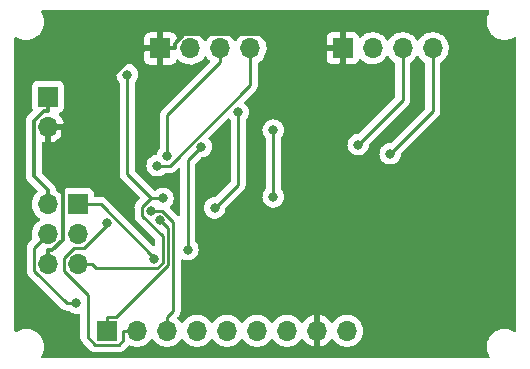
<source format=gbr>
%TF.GenerationSoftware,KiCad,Pcbnew,(6.0.1)*%
%TF.CreationDate,2022-06-05T18:07:15-04:00*%
%TF.ProjectId,PCB Design,50434220-4465-4736-9967-6e2e6b696361,v1*%
%TF.SameCoordinates,Original*%
%TF.FileFunction,Copper,L2,Bot*%
%TF.FilePolarity,Positive*%
%FSLAX46Y46*%
G04 Gerber Fmt 4.6, Leading zero omitted, Abs format (unit mm)*
G04 Created by KiCad (PCBNEW (6.0.1)) date 2022-06-05 18:07:15*
%MOMM*%
%LPD*%
G01*
G04 APERTURE LIST*
%TA.AperFunction,ComponentPad*%
%ADD10R,1.700000X1.700000*%
%TD*%
%TA.AperFunction,ComponentPad*%
%ADD11O,1.700000X1.700000*%
%TD*%
%TA.AperFunction,ViaPad*%
%ADD12C,0.800000*%
%TD*%
%TA.AperFunction,Conductor*%
%ADD13C,0.250000*%
%TD*%
%TA.AperFunction,Conductor*%
%ADD14C,0.300000*%
%TD*%
G04 APERTURE END LIST*
D10*
%TO.P,J1,1,Pin_1*%
%TO.N,GNDPWR*%
X83370000Y-103750000D03*
D11*
%TO.P,J1,2,Pin_2*%
%TO.N,/Vcc*%
X85910000Y-103750000D03*
%TO.P,J1,3,Pin_3*%
%TO.N,/RX*%
X88450000Y-103750000D03*
%TO.P,J1,4,Pin_4*%
%TO.N,/TX*%
X90990000Y-103750000D03*
%TD*%
D10*
%TO.P,J4,1,Pin_1*%
%TO.N,/MISO*%
X76386900Y-116950000D03*
D11*
%TO.P,J4,2,Pin_2*%
%TO.N,/Vcc*%
X73846900Y-116950000D03*
%TO.P,J4,3,Pin_3*%
%TO.N,/SCK*%
X76386900Y-119490000D03*
%TO.P,J4,4,Pin_4*%
%TO.N,/MOSI*%
X73846900Y-119490000D03*
%TO.P,J4,5,Pin_5*%
%TO.N,/RESET*%
X76386900Y-122030000D03*
%TO.P,J4,6,Pin_6*%
%TO.N,GNDPWR*%
X73846900Y-122030000D03*
%TD*%
D10*
%TO.P,BT1,1,+*%
%TO.N,/Vcc*%
X73846900Y-107825000D03*
D11*
%TO.P,BT1,2,-*%
%TO.N,GNDPWR*%
X73846900Y-110365000D03*
%TD*%
D10*
%TO.P,J2,1,Pin_1*%
%TO.N,/D2*%
X78850000Y-127650000D03*
D11*
%TO.P,J2,2,Pin_2*%
%TO.N,/D3*%
X81390000Y-127650000D03*
%TO.P,J2,3,Pin_3*%
%TO.N,/D4*%
X83930000Y-127650000D03*
%TO.P,J2,4,Pin_4*%
%TO.N,/D5*%
X86470000Y-127650000D03*
%TO.P,J2,5,Pin_5*%
%TO.N,/D6*%
X89010000Y-127650000D03*
%TO.P,J2,6,Pin_6*%
%TO.N,/D7*%
X91550000Y-127650000D03*
%TO.P,J2,7,Pin_7*%
%TO.N,/D8*%
X94090000Y-127650000D03*
%TO.P,J2,8,Pin_8*%
%TO.N,GNDPWR*%
X96630000Y-127650000D03*
%TO.P,J2,9,Pin_9*%
%TO.N,/Vcc*%
X99170000Y-127650000D03*
%TD*%
D10*
%TO.P,J3,1,Pin_1*%
%TO.N,GNDPWR*%
X98800000Y-103725000D03*
D11*
%TO.P,J3,2,Pin_2*%
%TO.N,/Vcc*%
X101340000Y-103725000D03*
%TO.P,J3,3,Pin_3*%
%TO.N,/SDA*%
X103880000Y-103725000D03*
%TO.P,J3,4,Pin_4*%
%TO.N,/SCK*%
X106420000Y-103725000D03*
%TD*%
D12*
%TO.N,/ADRS2*%
X92922400Y-110661100D03*
X92921600Y-116306500D03*
%TO.N,/ADRS1*%
X89946000Y-109138600D03*
X87963500Y-117250000D03*
%TO.N,/RESET*%
X83582500Y-116430600D03*
X80561400Y-105963600D03*
%TO.N,/MOSI*%
X76228800Y-125301200D03*
%TO.N,/MISO*%
X82822100Y-121586600D03*
%TO.N,/SCK*%
X102824100Y-112663400D03*
%TO.N,/SDA*%
X100118700Y-111884000D03*
%TO.N,/D4*%
X82570600Y-117482300D03*
%TO.N,/D3*%
X78853400Y-118531600D03*
%TO.N,/D2*%
X83304400Y-118288700D03*
%TO.N,/TX*%
X83099100Y-113663500D03*
%TO.N,/RX*%
X83966200Y-112834000D03*
%TO.N,Net-(U4-Pad7)*%
X85694000Y-120780200D03*
X86826700Y-112066100D03*
%TD*%
D13*
%TO.N,/ADRS2*%
X92921600Y-110661900D02*
X92922400Y-110661100D01*
X92921600Y-116306500D02*
X92921600Y-110661900D01*
%TO.N,/ADRS1*%
X89946000Y-115267500D02*
X87963500Y-117250000D01*
X89946000Y-109138600D02*
X89946000Y-115267500D01*
%TO.N,/RESET*%
X76386900Y-122030000D02*
X77562200Y-122030000D01*
X80561400Y-114405900D02*
X80561400Y-105963600D01*
X82586100Y-116430600D02*
X80561400Y-114405900D01*
X82586100Y-116430600D02*
X83582500Y-116430600D01*
X81812000Y-117204700D02*
X82586100Y-116430600D01*
X81812000Y-117901900D02*
X81812000Y-117204700D01*
X83547400Y-119637300D02*
X81812000Y-117901900D01*
X83547400Y-121921100D02*
X83547400Y-119637300D01*
X83115400Y-122353100D02*
X83547400Y-121921100D01*
X77885300Y-122353100D02*
X83115400Y-122353100D01*
X77562200Y-122030000D02*
X77885300Y-122353100D01*
%TO.N,/MOSI*%
X72671500Y-120665400D02*
X73846900Y-119490000D01*
X72671500Y-122550400D02*
X72671500Y-120665400D01*
X75422300Y-125301200D02*
X72671500Y-122550400D01*
X76228800Y-125301200D02*
X75422300Y-125301200D01*
%TO.N,/MISO*%
X78319300Y-116950000D02*
X76386900Y-116950000D01*
X82822100Y-121452800D02*
X78319300Y-116950000D01*
X82822100Y-121586600D02*
X82822100Y-121452800D01*
%TO.N,/SCK*%
X106420000Y-109067500D02*
X102824100Y-112663400D01*
X106420000Y-103725000D02*
X106420000Y-109067500D01*
%TO.N,/SDA*%
X103880000Y-108122700D02*
X100118700Y-111884000D01*
X103880000Y-103725000D02*
X103880000Y-108122700D01*
%TO.N,/D4*%
X83930000Y-127650000D02*
X83930000Y-126474700D01*
X83523800Y-117482300D02*
X82570600Y-117482300D01*
X84448000Y-118406500D02*
X83523800Y-117482300D01*
X84448000Y-125956700D02*
X84448000Y-118406500D01*
X83930000Y-126474700D02*
X84448000Y-125956700D01*
%TO.N,/D3*%
X80214700Y-128458100D02*
X80214700Y-127650000D01*
X79847500Y-128825300D02*
X80214700Y-128458100D01*
X77854100Y-128825300D02*
X79847500Y-128825300D01*
X77205600Y-128176800D02*
X77854100Y-128825300D01*
X77205600Y-124589800D02*
X77205600Y-128176800D01*
X75204900Y-122589100D02*
X77205600Y-124589800D01*
X75204900Y-121507700D02*
X75204900Y-122589100D01*
X76047200Y-120665400D02*
X75204900Y-121507700D01*
X76915600Y-120665400D02*
X76047200Y-120665400D01*
X78853400Y-118727600D02*
X76915600Y-120665400D01*
X78853400Y-118531600D02*
X78853400Y-118727600D01*
X81390000Y-127650000D02*
X80214700Y-127650000D01*
%TO.N,/D2*%
X78850000Y-127650000D02*
X78850000Y-126474700D01*
X83997700Y-118982000D02*
X83304400Y-118288700D01*
X83997700Y-122116000D02*
X83997700Y-118982000D01*
X79639000Y-126474700D02*
X83997700Y-122116000D01*
X78850000Y-126474700D02*
X79639000Y-126474700D01*
%TO.N,/TX*%
X90990000Y-103750000D02*
X90990000Y-104925300D01*
X90990000Y-106836000D02*
X90990000Y-104925300D01*
X84162600Y-113663400D02*
X90990000Y-106836000D01*
X83099100Y-113663400D02*
X84162600Y-113663400D01*
X83099100Y-113663500D02*
X83099100Y-113663400D01*
%TO.N,/RX*%
X83966200Y-109409100D02*
X88450000Y-104925300D01*
X83966200Y-112834000D02*
X83966200Y-109409100D01*
X88450000Y-103750000D02*
X88450000Y-104925300D01*
%TO.N,Net-(U4-Pad7)*%
X85694000Y-113198800D02*
X85694000Y-120780200D01*
X86826700Y-112066100D02*
X85694000Y-113198800D01*
D14*
%TO.N,GNDPWR*%
X98800000Y-103725000D02*
X98800000Y-104925300D01*
X81662200Y-103750000D02*
X75047200Y-110365000D01*
X83370000Y-103750000D02*
X81662200Y-103750000D01*
X75116900Y-110649400D02*
X74832500Y-110365000D01*
X75116900Y-119934800D02*
X75116900Y-110649400D01*
X74222000Y-120829700D02*
X75116900Y-119934800D01*
X73846900Y-120829700D02*
X74222000Y-120829700D01*
X73846900Y-110365000D02*
X74832500Y-110365000D01*
X74832500Y-110365000D02*
X75047200Y-110365000D01*
X73846900Y-122030000D02*
X73846900Y-120829700D01*
X83370000Y-103750000D02*
X84570300Y-103750000D01*
X84570300Y-103374800D02*
X84570300Y-103750000D01*
X85395400Y-102549700D02*
X84570300Y-103374800D01*
X92084400Y-102549700D02*
X85395400Y-102549700D01*
X96630000Y-107095300D02*
X92084400Y-102549700D01*
X96630000Y-127650000D02*
X96630000Y-107095300D01*
X96630000Y-107095300D02*
X98800000Y-104925300D01*
%TO.N,/Vcc*%
X73846900Y-116950000D02*
X73846900Y-115749700D01*
X73846900Y-107825000D02*
X73846900Y-109025300D01*
X73471700Y-109025300D02*
X73846900Y-109025300D01*
X72646600Y-109850400D02*
X73471700Y-109025300D01*
X72646600Y-114549400D02*
X72646600Y-109850400D01*
X73846900Y-115749700D02*
X72646600Y-114549400D01*
%TD*%
%TA.AperFunction,Conductor*%
%TO.N,GNDPWR*%
G36*
X111182406Y-100528002D02*
G01*
X111228899Y-100581658D01*
X111239003Y-100651932D01*
X111221719Y-100699833D01*
X111152207Y-100813265D01*
X111150314Y-100817835D01*
X111150313Y-100817837D01*
X111074859Y-101000001D01*
X111061372Y-101032561D01*
X111041902Y-101113660D01*
X111007115Y-101258554D01*
X111007114Y-101258560D01*
X111005960Y-101263367D01*
X110987810Y-101493989D01*
X110987337Y-101500000D01*
X111005960Y-101736633D01*
X111007114Y-101741440D01*
X111007115Y-101741446D01*
X111037204Y-101866774D01*
X111061372Y-101967439D01*
X111063265Y-101972010D01*
X111063266Y-101972012D01*
X111069983Y-101988227D01*
X111152207Y-102186735D01*
X111276230Y-102389121D01*
X111279443Y-102392883D01*
X111357382Y-102484137D01*
X111430386Y-102569614D01*
X111434142Y-102572822D01*
X111465509Y-102599612D01*
X111610879Y-102723770D01*
X111813265Y-102847793D01*
X111817835Y-102849686D01*
X111817837Y-102849687D01*
X112027988Y-102936734D01*
X112032561Y-102938628D01*
X112113660Y-102958098D01*
X112258554Y-102992885D01*
X112258560Y-102992886D01*
X112263367Y-102994040D01*
X112500000Y-103012663D01*
X112736633Y-102994040D01*
X112741440Y-102992886D01*
X112741446Y-102992885D01*
X112886340Y-102958098D01*
X112967439Y-102938628D01*
X112972012Y-102936734D01*
X113182163Y-102849687D01*
X113182165Y-102849686D01*
X113186735Y-102847793D01*
X113300167Y-102778282D01*
X113368699Y-102759744D01*
X113436375Y-102781200D01*
X113481708Y-102835840D01*
X113492000Y-102885715D01*
X113492000Y-127614285D01*
X113471998Y-127682406D01*
X113418342Y-127728899D01*
X113348068Y-127739003D01*
X113300167Y-127721719D01*
X113186735Y-127652207D01*
X113182165Y-127650314D01*
X113182163Y-127650313D01*
X112972012Y-127563266D01*
X112972010Y-127563265D01*
X112967439Y-127561372D01*
X112886340Y-127541902D01*
X112741446Y-127507115D01*
X112741440Y-127507114D01*
X112736633Y-127505960D01*
X112500000Y-127487337D01*
X112263367Y-127505960D01*
X112258560Y-127507114D01*
X112258554Y-127507115D01*
X112113660Y-127541902D01*
X112032561Y-127561372D01*
X112027990Y-127563265D01*
X112027988Y-127563266D01*
X111817837Y-127650313D01*
X111817835Y-127650314D01*
X111813265Y-127652207D01*
X111610879Y-127776230D01*
X111430386Y-127930386D01*
X111427178Y-127934142D01*
X111279664Y-128106858D01*
X111276230Y-128110879D01*
X111152207Y-128313265D01*
X111150314Y-128317835D01*
X111150313Y-128317837D01*
X111091846Y-128458990D01*
X111061372Y-128532561D01*
X111054464Y-128561335D01*
X111007115Y-128758554D01*
X111007114Y-128758560D01*
X111005960Y-128763367D01*
X110987810Y-128993989D01*
X110987337Y-129000000D01*
X111005960Y-129236633D01*
X111007114Y-129241440D01*
X111007115Y-129241446D01*
X111039158Y-129374913D01*
X111061372Y-129467439D01*
X111063265Y-129472010D01*
X111063266Y-129472012D01*
X111082786Y-129519136D01*
X111152207Y-129686735D01*
X111221718Y-129800167D01*
X111240256Y-129868699D01*
X111218800Y-129936375D01*
X111164160Y-129981708D01*
X111114285Y-129992000D01*
X73385715Y-129992000D01*
X73317594Y-129971998D01*
X73271101Y-129918342D01*
X73260997Y-129848068D01*
X73278281Y-129800167D01*
X73347793Y-129686735D01*
X73417215Y-129519136D01*
X73436734Y-129472012D01*
X73436735Y-129472010D01*
X73438628Y-129467439D01*
X73460842Y-129374913D01*
X73492885Y-129241446D01*
X73492886Y-129241440D01*
X73494040Y-129236633D01*
X73512663Y-129000000D01*
X73494040Y-128763367D01*
X73492886Y-128758560D01*
X73492885Y-128758554D01*
X73445536Y-128561335D01*
X73438628Y-128532561D01*
X73408154Y-128458990D01*
X73349687Y-128317837D01*
X73349686Y-128317835D01*
X73347793Y-128313265D01*
X73223770Y-128110879D01*
X73220336Y-128106858D01*
X73072822Y-127934142D01*
X73069614Y-127930386D01*
X72889121Y-127776230D01*
X72686735Y-127652207D01*
X72682165Y-127650314D01*
X72682163Y-127650313D01*
X72472012Y-127563266D01*
X72472010Y-127563265D01*
X72467439Y-127561372D01*
X72386340Y-127541902D01*
X72241446Y-127507115D01*
X72241440Y-127507114D01*
X72236633Y-127505960D01*
X72000000Y-127487337D01*
X71763367Y-127505960D01*
X71758560Y-127507114D01*
X71758554Y-127507115D01*
X71613660Y-127541902D01*
X71532561Y-127561372D01*
X71527990Y-127563265D01*
X71527988Y-127563266D01*
X71317837Y-127650313D01*
X71317835Y-127650314D01*
X71313265Y-127652207D01*
X71199833Y-127721718D01*
X71131301Y-127740256D01*
X71063625Y-127718800D01*
X71018292Y-127664160D01*
X71008000Y-127614285D01*
X71008000Y-109829552D01*
X71983194Y-109829552D01*
X71983940Y-109837443D01*
X71987541Y-109875538D01*
X71988100Y-109887396D01*
X71988100Y-114467344D01*
X71987541Y-114479200D01*
X71985812Y-114486937D01*
X71986061Y-114494859D01*
X71988038Y-114557769D01*
X71988100Y-114561727D01*
X71988100Y-114590832D01*
X71988656Y-114595232D01*
X71989588Y-114607064D01*
X71991038Y-114653231D01*
X71993250Y-114660844D01*
X71993250Y-114660845D01*
X71997019Y-114673816D01*
X72001030Y-114693182D01*
X72003718Y-114714464D01*
X72006634Y-114721829D01*
X72006635Y-114721833D01*
X72020726Y-114757421D01*
X72024565Y-114768631D01*
X72037455Y-114813000D01*
X72048375Y-114831465D01*
X72057066Y-114849205D01*
X72064965Y-114869156D01*
X72072254Y-114879188D01*
X72092116Y-114906526D01*
X72098633Y-114916448D01*
X72118107Y-114949377D01*
X72118110Y-114949381D01*
X72122147Y-114956207D01*
X72137311Y-114971371D01*
X72150151Y-114986404D01*
X72162759Y-115003757D01*
X72183634Y-115021026D01*
X72198352Y-115033202D01*
X72207132Y-115041192D01*
X72930368Y-115764428D01*
X72964394Y-115826740D01*
X72959329Y-115897555D01*
X72932367Y-115940574D01*
X72848180Y-116028671D01*
X72787529Y-116092138D01*
X72661643Y-116276680D01*
X72622911Y-116360121D01*
X72575267Y-116462763D01*
X72567588Y-116479305D01*
X72507889Y-116694570D01*
X72484151Y-116916695D01*
X72484448Y-116921848D01*
X72484448Y-116921851D01*
X72496600Y-117132599D01*
X72497010Y-117139715D01*
X72498147Y-117144761D01*
X72498148Y-117144767D01*
X72513667Y-117213628D01*
X72546122Y-117357639D01*
X72630166Y-117564616D01*
X72665059Y-117621556D01*
X72727833Y-117723994D01*
X72746887Y-117755088D01*
X72893150Y-117923938D01*
X73065026Y-118066632D01*
X73120217Y-118098883D01*
X73138345Y-118109476D01*
X73187069Y-118161114D01*
X73200140Y-118230897D01*
X73173409Y-118296669D01*
X73132955Y-118330027D01*
X73120507Y-118336507D01*
X73116374Y-118339610D01*
X73116371Y-118339612D01*
X72992467Y-118432642D01*
X72941865Y-118470635D01*
X72787529Y-118632138D01*
X72661643Y-118816680D01*
X72567588Y-119019305D01*
X72507889Y-119234570D01*
X72484151Y-119456695D01*
X72497010Y-119679715D01*
X72498147Y-119684761D01*
X72498148Y-119684767D01*
X72530353Y-119827668D01*
X72525817Y-119898520D01*
X72496531Y-119944464D01*
X72279247Y-120161748D01*
X72270961Y-120169288D01*
X72264482Y-120173400D01*
X72259057Y-120179177D01*
X72217857Y-120223051D01*
X72215102Y-120225893D01*
X72195365Y-120245630D01*
X72192885Y-120248827D01*
X72185182Y-120257847D01*
X72154914Y-120290079D01*
X72151095Y-120297025D01*
X72151093Y-120297028D01*
X72145152Y-120307834D01*
X72134301Y-120324353D01*
X72121886Y-120340359D01*
X72118741Y-120347628D01*
X72118738Y-120347632D01*
X72104326Y-120380937D01*
X72099109Y-120391587D01*
X72077805Y-120430340D01*
X72075834Y-120438015D01*
X72075834Y-120438016D01*
X72072767Y-120449962D01*
X72066363Y-120468666D01*
X72058319Y-120487255D01*
X72057080Y-120495078D01*
X72057077Y-120495088D01*
X72051401Y-120530924D01*
X72048995Y-120542544D01*
X72038000Y-120585370D01*
X72038000Y-120605624D01*
X72036449Y-120625334D01*
X72033280Y-120645343D01*
X72034026Y-120653235D01*
X72037441Y-120689361D01*
X72038000Y-120701219D01*
X72038000Y-122471633D01*
X72037473Y-122482816D01*
X72035798Y-122490309D01*
X72036047Y-122498235D01*
X72036047Y-122498236D01*
X72037938Y-122558386D01*
X72038000Y-122562345D01*
X72038000Y-122590256D01*
X72038497Y-122594190D01*
X72038497Y-122594191D01*
X72038505Y-122594256D01*
X72039438Y-122606093D01*
X72040827Y-122650289D01*
X72046478Y-122669739D01*
X72050487Y-122689100D01*
X72053026Y-122709197D01*
X72055945Y-122716568D01*
X72055945Y-122716570D01*
X72069304Y-122750312D01*
X72073149Y-122761542D01*
X72085482Y-122803993D01*
X72089515Y-122810812D01*
X72089517Y-122810817D01*
X72095793Y-122821428D01*
X72104488Y-122839176D01*
X72111948Y-122858017D01*
X72116610Y-122864433D01*
X72116610Y-122864434D01*
X72137936Y-122893787D01*
X72144452Y-122903707D01*
X72157335Y-122925490D01*
X72166958Y-122941762D01*
X72181279Y-122956083D01*
X72194119Y-122971116D01*
X72206028Y-122987507D01*
X72212134Y-122992558D01*
X72240105Y-123015698D01*
X72248884Y-123023688D01*
X74918643Y-125693447D01*
X74926187Y-125701737D01*
X74930300Y-125708218D01*
X74936077Y-125713643D01*
X74979967Y-125754858D01*
X74982809Y-125757613D01*
X75002531Y-125777335D01*
X75005655Y-125779758D01*
X75005659Y-125779762D01*
X75005724Y-125779812D01*
X75014745Y-125787517D01*
X75046979Y-125817786D01*
X75053927Y-125821605D01*
X75053929Y-125821607D01*
X75064732Y-125827546D01*
X75081259Y-125838402D01*
X75090998Y-125845957D01*
X75091000Y-125845958D01*
X75097260Y-125850814D01*
X75137840Y-125868374D01*
X75148488Y-125873591D01*
X75159386Y-125879582D01*
X75187240Y-125894895D01*
X75194916Y-125896866D01*
X75194919Y-125896867D01*
X75206862Y-125899933D01*
X75225567Y-125906337D01*
X75244155Y-125914381D01*
X75251978Y-125915620D01*
X75251988Y-125915623D01*
X75287824Y-125921299D01*
X75299444Y-125923705D01*
X75334589Y-125932728D01*
X75342270Y-125934700D01*
X75362524Y-125934700D01*
X75382234Y-125936251D01*
X75402243Y-125939420D01*
X75410135Y-125938674D01*
X75446261Y-125935259D01*
X75458119Y-125934700D01*
X75520600Y-125934700D01*
X75588721Y-125954702D01*
X75607947Y-125971043D01*
X75608220Y-125970740D01*
X75613132Y-125975163D01*
X75617547Y-125980066D01*
X75622886Y-125983945D01*
X75762404Y-126085311D01*
X75772048Y-126092318D01*
X75778076Y-126095002D01*
X75778078Y-126095003D01*
X75909317Y-126153434D01*
X75946512Y-126169994D01*
X76012786Y-126184081D01*
X76126856Y-126208328D01*
X76126861Y-126208328D01*
X76133313Y-126209700D01*
X76324287Y-126209700D01*
X76330739Y-126208328D01*
X76330744Y-126208328D01*
X76414949Y-126190429D01*
X76419903Y-126189376D01*
X76490694Y-126194778D01*
X76547326Y-126237595D01*
X76571820Y-126304232D01*
X76572100Y-126312623D01*
X76572100Y-128098033D01*
X76571573Y-128109216D01*
X76569898Y-128116709D01*
X76570147Y-128124635D01*
X76570147Y-128124636D01*
X76572038Y-128184786D01*
X76572100Y-128188745D01*
X76572100Y-128216656D01*
X76572597Y-128220590D01*
X76572597Y-128220591D01*
X76572605Y-128220656D01*
X76573538Y-128232493D01*
X76574927Y-128276689D01*
X76580578Y-128296139D01*
X76584587Y-128315500D01*
X76585747Y-128324678D01*
X76587126Y-128335597D01*
X76590045Y-128342968D01*
X76590045Y-128342970D01*
X76603404Y-128376712D01*
X76607249Y-128387942D01*
X76619582Y-128430393D01*
X76623615Y-128437212D01*
X76623617Y-128437217D01*
X76629893Y-128447828D01*
X76638588Y-128465576D01*
X76646048Y-128484417D01*
X76650710Y-128490833D01*
X76650710Y-128490834D01*
X76672036Y-128520187D01*
X76678552Y-128530107D01*
X76692312Y-128553373D01*
X76701058Y-128568162D01*
X76715379Y-128582483D01*
X76728219Y-128597516D01*
X76740128Y-128613907D01*
X76756245Y-128627240D01*
X76774205Y-128642098D01*
X76782984Y-128650088D01*
X77350443Y-129217547D01*
X77357987Y-129225837D01*
X77362100Y-129232318D01*
X77367877Y-129237743D01*
X77411767Y-129278958D01*
X77414609Y-129281713D01*
X77434330Y-129301434D01*
X77437525Y-129303912D01*
X77446547Y-129311618D01*
X77478779Y-129341886D01*
X77485728Y-129345706D01*
X77496532Y-129351646D01*
X77513056Y-129362499D01*
X77529059Y-129374913D01*
X77569643Y-129392476D01*
X77580273Y-129397683D01*
X77619040Y-129418995D01*
X77626717Y-129420966D01*
X77626722Y-129420968D01*
X77638658Y-129424032D01*
X77657366Y-129430437D01*
X77675955Y-129438481D01*
X77683780Y-129439720D01*
X77683782Y-129439721D01*
X77719619Y-129445397D01*
X77731240Y-129447804D01*
X77763059Y-129455973D01*
X77774070Y-129458800D01*
X77794331Y-129458800D01*
X77814040Y-129460351D01*
X77834043Y-129463519D01*
X77841935Y-129462773D01*
X77847162Y-129462279D01*
X77878054Y-129459359D01*
X77889911Y-129458800D01*
X79768733Y-129458800D01*
X79779916Y-129459327D01*
X79787409Y-129461002D01*
X79795335Y-129460753D01*
X79795336Y-129460753D01*
X79855486Y-129458862D01*
X79859445Y-129458800D01*
X79887356Y-129458800D01*
X79891291Y-129458303D01*
X79891356Y-129458295D01*
X79903193Y-129457362D01*
X79935451Y-129456348D01*
X79939470Y-129456222D01*
X79947389Y-129455973D01*
X79966843Y-129450321D01*
X79986200Y-129446313D01*
X79998430Y-129444768D01*
X79998431Y-129444768D01*
X80006297Y-129443774D01*
X80013668Y-129440855D01*
X80013670Y-129440855D01*
X80047412Y-129427496D01*
X80058642Y-129423651D01*
X80093483Y-129413529D01*
X80093484Y-129413529D01*
X80101093Y-129411318D01*
X80107912Y-129407285D01*
X80107917Y-129407283D01*
X80118528Y-129401007D01*
X80136276Y-129392312D01*
X80155117Y-129384852D01*
X80175487Y-129370053D01*
X80190887Y-129358864D01*
X80200807Y-129352348D01*
X80232035Y-129333880D01*
X80232038Y-129333878D01*
X80238862Y-129329842D01*
X80253183Y-129315521D01*
X80268217Y-129302680D01*
X80269932Y-129301434D01*
X80284607Y-129290772D01*
X80312798Y-129256695D01*
X80320788Y-129247916D01*
X80606947Y-128961757D01*
X80615237Y-128954213D01*
X80621718Y-128950100D01*
X80660357Y-128908954D01*
X80721569Y-128872988D01*
X80792509Y-128875825D01*
X80800663Y-128879141D01*
X80801000Y-128879338D01*
X80803417Y-128880261D01*
X80803422Y-128880263D01*
X80877651Y-128908608D01*
X81009692Y-128959030D01*
X81014760Y-128960061D01*
X81014763Y-128960062D01*
X81109862Y-128979410D01*
X81228597Y-129003567D01*
X81233772Y-129003757D01*
X81233774Y-129003757D01*
X81446673Y-129011564D01*
X81446677Y-129011564D01*
X81451837Y-129011753D01*
X81456957Y-129011097D01*
X81456959Y-129011097D01*
X81668288Y-128984025D01*
X81668289Y-128984025D01*
X81673416Y-128983368D01*
X81678366Y-128981883D01*
X81882429Y-128920661D01*
X81882434Y-128920659D01*
X81887384Y-128919174D01*
X82087994Y-128820896D01*
X82269860Y-128691173D01*
X82428096Y-128533489D01*
X82437655Y-128520187D01*
X82558453Y-128352077D01*
X82559776Y-128353028D01*
X82606645Y-128309857D01*
X82676580Y-128297625D01*
X82742026Y-128325144D01*
X82769875Y-128356994D01*
X82829987Y-128455088D01*
X82976250Y-128623938D01*
X83148126Y-128766632D01*
X83341000Y-128879338D01*
X83345825Y-128881180D01*
X83345826Y-128881181D01*
X83418556Y-128908954D01*
X83549692Y-128959030D01*
X83554760Y-128960061D01*
X83554763Y-128960062D01*
X83649862Y-128979410D01*
X83768597Y-129003567D01*
X83773772Y-129003757D01*
X83773774Y-129003757D01*
X83986673Y-129011564D01*
X83986677Y-129011564D01*
X83991837Y-129011753D01*
X83996957Y-129011097D01*
X83996959Y-129011097D01*
X84208288Y-128984025D01*
X84208289Y-128984025D01*
X84213416Y-128983368D01*
X84218366Y-128981883D01*
X84422429Y-128920661D01*
X84422434Y-128920659D01*
X84427384Y-128919174D01*
X84627994Y-128820896D01*
X84809860Y-128691173D01*
X84968096Y-128533489D01*
X84977655Y-128520187D01*
X85098453Y-128352077D01*
X85099776Y-128353028D01*
X85146645Y-128309857D01*
X85216580Y-128297625D01*
X85282026Y-128325144D01*
X85309875Y-128356994D01*
X85369987Y-128455088D01*
X85516250Y-128623938D01*
X85688126Y-128766632D01*
X85881000Y-128879338D01*
X85885825Y-128881180D01*
X85885826Y-128881181D01*
X85958556Y-128908954D01*
X86089692Y-128959030D01*
X86094760Y-128960061D01*
X86094763Y-128960062D01*
X86189862Y-128979410D01*
X86308597Y-129003567D01*
X86313772Y-129003757D01*
X86313774Y-129003757D01*
X86526673Y-129011564D01*
X86526677Y-129011564D01*
X86531837Y-129011753D01*
X86536957Y-129011097D01*
X86536959Y-129011097D01*
X86748288Y-128984025D01*
X86748289Y-128984025D01*
X86753416Y-128983368D01*
X86758366Y-128981883D01*
X86962429Y-128920661D01*
X86962434Y-128920659D01*
X86967384Y-128919174D01*
X87167994Y-128820896D01*
X87349860Y-128691173D01*
X87508096Y-128533489D01*
X87517655Y-128520187D01*
X87638453Y-128352077D01*
X87639776Y-128353028D01*
X87686645Y-128309857D01*
X87756580Y-128297625D01*
X87822026Y-128325144D01*
X87849875Y-128356994D01*
X87909987Y-128455088D01*
X88056250Y-128623938D01*
X88228126Y-128766632D01*
X88421000Y-128879338D01*
X88425825Y-128881180D01*
X88425826Y-128881181D01*
X88498556Y-128908954D01*
X88629692Y-128959030D01*
X88634760Y-128960061D01*
X88634763Y-128960062D01*
X88729862Y-128979410D01*
X88848597Y-129003567D01*
X88853772Y-129003757D01*
X88853774Y-129003757D01*
X89066673Y-129011564D01*
X89066677Y-129011564D01*
X89071837Y-129011753D01*
X89076957Y-129011097D01*
X89076959Y-129011097D01*
X89288288Y-128984025D01*
X89288289Y-128984025D01*
X89293416Y-128983368D01*
X89298366Y-128981883D01*
X89502429Y-128920661D01*
X89502434Y-128920659D01*
X89507384Y-128919174D01*
X89707994Y-128820896D01*
X89889860Y-128691173D01*
X90048096Y-128533489D01*
X90057655Y-128520187D01*
X90178453Y-128352077D01*
X90179776Y-128353028D01*
X90226645Y-128309857D01*
X90296580Y-128297625D01*
X90362026Y-128325144D01*
X90389875Y-128356994D01*
X90449987Y-128455088D01*
X90596250Y-128623938D01*
X90768126Y-128766632D01*
X90961000Y-128879338D01*
X90965825Y-128881180D01*
X90965826Y-128881181D01*
X91038556Y-128908954D01*
X91169692Y-128959030D01*
X91174760Y-128960061D01*
X91174763Y-128960062D01*
X91269862Y-128979410D01*
X91388597Y-129003567D01*
X91393772Y-129003757D01*
X91393774Y-129003757D01*
X91606673Y-129011564D01*
X91606677Y-129011564D01*
X91611837Y-129011753D01*
X91616957Y-129011097D01*
X91616959Y-129011097D01*
X91828288Y-128984025D01*
X91828289Y-128984025D01*
X91833416Y-128983368D01*
X91838366Y-128981883D01*
X92042429Y-128920661D01*
X92042434Y-128920659D01*
X92047384Y-128919174D01*
X92247994Y-128820896D01*
X92429860Y-128691173D01*
X92588096Y-128533489D01*
X92597655Y-128520187D01*
X92718453Y-128352077D01*
X92719776Y-128353028D01*
X92766645Y-128309857D01*
X92836580Y-128297625D01*
X92902026Y-128325144D01*
X92929875Y-128356994D01*
X92989987Y-128455088D01*
X93136250Y-128623938D01*
X93308126Y-128766632D01*
X93501000Y-128879338D01*
X93505825Y-128881180D01*
X93505826Y-128881181D01*
X93578556Y-128908954D01*
X93709692Y-128959030D01*
X93714760Y-128960061D01*
X93714763Y-128960062D01*
X93809862Y-128979410D01*
X93928597Y-129003567D01*
X93933772Y-129003757D01*
X93933774Y-129003757D01*
X94146673Y-129011564D01*
X94146677Y-129011564D01*
X94151837Y-129011753D01*
X94156957Y-129011097D01*
X94156959Y-129011097D01*
X94368288Y-128984025D01*
X94368289Y-128984025D01*
X94373416Y-128983368D01*
X94378366Y-128981883D01*
X94582429Y-128920661D01*
X94582434Y-128920659D01*
X94587384Y-128919174D01*
X94787994Y-128820896D01*
X94969860Y-128691173D01*
X95128096Y-128533489D01*
X95137655Y-128520187D01*
X95258453Y-128352077D01*
X95259640Y-128352930D01*
X95306960Y-128309362D01*
X95376897Y-128297145D01*
X95442338Y-128324678D01*
X95470166Y-128356511D01*
X95527694Y-128450388D01*
X95533777Y-128458699D01*
X95673213Y-128619667D01*
X95680580Y-128626883D01*
X95844434Y-128762916D01*
X95852881Y-128768831D01*
X96036756Y-128876279D01*
X96046042Y-128880729D01*
X96245001Y-128956703D01*
X96254899Y-128959579D01*
X96358250Y-128980606D01*
X96372299Y-128979410D01*
X96376000Y-128969065D01*
X96376000Y-128968517D01*
X96884000Y-128968517D01*
X96888064Y-128982359D01*
X96901478Y-128984393D01*
X96908184Y-128983534D01*
X96918262Y-128981392D01*
X97122255Y-128920191D01*
X97131842Y-128916433D01*
X97323095Y-128822739D01*
X97331945Y-128817464D01*
X97505328Y-128693792D01*
X97513200Y-128687139D01*
X97664052Y-128536812D01*
X97670730Y-128528965D01*
X97798022Y-128351819D01*
X97799279Y-128352722D01*
X97846373Y-128309362D01*
X97916311Y-128297145D01*
X97981751Y-128324678D01*
X98009579Y-128356511D01*
X98069987Y-128455088D01*
X98216250Y-128623938D01*
X98388126Y-128766632D01*
X98581000Y-128879338D01*
X98585825Y-128881180D01*
X98585826Y-128881181D01*
X98658556Y-128908954D01*
X98789692Y-128959030D01*
X98794760Y-128960061D01*
X98794763Y-128960062D01*
X98889862Y-128979410D01*
X99008597Y-129003567D01*
X99013772Y-129003757D01*
X99013774Y-129003757D01*
X99226673Y-129011564D01*
X99226677Y-129011564D01*
X99231837Y-129011753D01*
X99236957Y-129011097D01*
X99236959Y-129011097D01*
X99448288Y-128984025D01*
X99448289Y-128984025D01*
X99453416Y-128983368D01*
X99458366Y-128981883D01*
X99662429Y-128920661D01*
X99662434Y-128920659D01*
X99667384Y-128919174D01*
X99867994Y-128820896D01*
X100049860Y-128691173D01*
X100208096Y-128533489D01*
X100217655Y-128520187D01*
X100335435Y-128356277D01*
X100338453Y-128352077D01*
X100351995Y-128324678D01*
X100435136Y-128156453D01*
X100435137Y-128156451D01*
X100437430Y-128151811D01*
X100502370Y-127938069D01*
X100531529Y-127716590D01*
X100533156Y-127650000D01*
X100514852Y-127427361D01*
X100460431Y-127210702D01*
X100371354Y-127005840D01*
X100250014Y-126818277D01*
X100099670Y-126653051D01*
X100095619Y-126649852D01*
X100095615Y-126649848D01*
X99928414Y-126517800D01*
X99928410Y-126517798D01*
X99924359Y-126514598D01*
X99888028Y-126494542D01*
X99865014Y-126481838D01*
X99728789Y-126406638D01*
X99723920Y-126404914D01*
X99723916Y-126404912D01*
X99523087Y-126333795D01*
X99523083Y-126333794D01*
X99518212Y-126332069D01*
X99513119Y-126331162D01*
X99513116Y-126331161D01*
X99303373Y-126293800D01*
X99303367Y-126293799D01*
X99298284Y-126292894D01*
X99224452Y-126291992D01*
X99080081Y-126290228D01*
X99080079Y-126290228D01*
X99074911Y-126290165D01*
X98854091Y-126323955D01*
X98641756Y-126393357D01*
X98443607Y-126496507D01*
X98439474Y-126499610D01*
X98439471Y-126499612D01*
X98269100Y-126627530D01*
X98264965Y-126630635D01*
X98110629Y-126792138D01*
X98003204Y-126949618D01*
X98002898Y-126950066D01*
X97947987Y-126995069D01*
X97877462Y-127003240D01*
X97813715Y-126971986D01*
X97793018Y-126947502D01*
X97712426Y-126822926D01*
X97706136Y-126814757D01*
X97562806Y-126657240D01*
X97555273Y-126650215D01*
X97388139Y-126518222D01*
X97379552Y-126512517D01*
X97193117Y-126409599D01*
X97183705Y-126405369D01*
X96982959Y-126334280D01*
X96972988Y-126331646D01*
X96901837Y-126318972D01*
X96888540Y-126320432D01*
X96884000Y-126334989D01*
X96884000Y-128968517D01*
X96376000Y-128968517D01*
X96376000Y-126333102D01*
X96372082Y-126319758D01*
X96357806Y-126317771D01*
X96319324Y-126323660D01*
X96309288Y-126326051D01*
X96106868Y-126392212D01*
X96097359Y-126396209D01*
X95908463Y-126494542D01*
X95899738Y-126500036D01*
X95729433Y-126627905D01*
X95721726Y-126634748D01*
X95574590Y-126788717D01*
X95568109Y-126796722D01*
X95463498Y-126950074D01*
X95408587Y-126995076D01*
X95338062Y-127003247D01*
X95274315Y-126971993D01*
X95253618Y-126947509D01*
X95172822Y-126822617D01*
X95172820Y-126822614D01*
X95170014Y-126818277D01*
X95019670Y-126653051D01*
X95015619Y-126649852D01*
X95015615Y-126649848D01*
X94848414Y-126517800D01*
X94848410Y-126517798D01*
X94844359Y-126514598D01*
X94808028Y-126494542D01*
X94785014Y-126481838D01*
X94648789Y-126406638D01*
X94643920Y-126404914D01*
X94643916Y-126404912D01*
X94443087Y-126333795D01*
X94443083Y-126333794D01*
X94438212Y-126332069D01*
X94433119Y-126331162D01*
X94433116Y-126331161D01*
X94223373Y-126293800D01*
X94223367Y-126293799D01*
X94218284Y-126292894D01*
X94144452Y-126291992D01*
X94000081Y-126290228D01*
X94000079Y-126290228D01*
X93994911Y-126290165D01*
X93774091Y-126323955D01*
X93561756Y-126393357D01*
X93363607Y-126496507D01*
X93359474Y-126499610D01*
X93359471Y-126499612D01*
X93189100Y-126627530D01*
X93184965Y-126630635D01*
X93030629Y-126792138D01*
X92923201Y-126949621D01*
X92868293Y-126994621D01*
X92797768Y-127002792D01*
X92734021Y-126971538D01*
X92713324Y-126947054D01*
X92632822Y-126822617D01*
X92632820Y-126822614D01*
X92630014Y-126818277D01*
X92479670Y-126653051D01*
X92475619Y-126649852D01*
X92475615Y-126649848D01*
X92308414Y-126517800D01*
X92308410Y-126517798D01*
X92304359Y-126514598D01*
X92268028Y-126494542D01*
X92245014Y-126481838D01*
X92108789Y-126406638D01*
X92103920Y-126404914D01*
X92103916Y-126404912D01*
X91903087Y-126333795D01*
X91903083Y-126333794D01*
X91898212Y-126332069D01*
X91893119Y-126331162D01*
X91893116Y-126331161D01*
X91683373Y-126293800D01*
X91683367Y-126293799D01*
X91678284Y-126292894D01*
X91604452Y-126291992D01*
X91460081Y-126290228D01*
X91460079Y-126290228D01*
X91454911Y-126290165D01*
X91234091Y-126323955D01*
X91021756Y-126393357D01*
X90823607Y-126496507D01*
X90819474Y-126499610D01*
X90819471Y-126499612D01*
X90649100Y-126627530D01*
X90644965Y-126630635D01*
X90490629Y-126792138D01*
X90383201Y-126949621D01*
X90328293Y-126994621D01*
X90257768Y-127002792D01*
X90194021Y-126971538D01*
X90173324Y-126947054D01*
X90092822Y-126822617D01*
X90092820Y-126822614D01*
X90090014Y-126818277D01*
X89939670Y-126653051D01*
X89935619Y-126649852D01*
X89935615Y-126649848D01*
X89768414Y-126517800D01*
X89768410Y-126517798D01*
X89764359Y-126514598D01*
X89728028Y-126494542D01*
X89705014Y-126481838D01*
X89568789Y-126406638D01*
X89563920Y-126404914D01*
X89563916Y-126404912D01*
X89363087Y-126333795D01*
X89363083Y-126333794D01*
X89358212Y-126332069D01*
X89353119Y-126331162D01*
X89353116Y-126331161D01*
X89143373Y-126293800D01*
X89143367Y-126293799D01*
X89138284Y-126292894D01*
X89064452Y-126291992D01*
X88920081Y-126290228D01*
X88920079Y-126290228D01*
X88914911Y-126290165D01*
X88694091Y-126323955D01*
X88481756Y-126393357D01*
X88283607Y-126496507D01*
X88279474Y-126499610D01*
X88279471Y-126499612D01*
X88109100Y-126627530D01*
X88104965Y-126630635D01*
X87950629Y-126792138D01*
X87843201Y-126949621D01*
X87788293Y-126994621D01*
X87717768Y-127002792D01*
X87654021Y-126971538D01*
X87633324Y-126947054D01*
X87552822Y-126822617D01*
X87552820Y-126822614D01*
X87550014Y-126818277D01*
X87399670Y-126653051D01*
X87395619Y-126649852D01*
X87395615Y-126649848D01*
X87228414Y-126517800D01*
X87228410Y-126517798D01*
X87224359Y-126514598D01*
X87188028Y-126494542D01*
X87165014Y-126481838D01*
X87028789Y-126406638D01*
X87023920Y-126404914D01*
X87023916Y-126404912D01*
X86823087Y-126333795D01*
X86823083Y-126333794D01*
X86818212Y-126332069D01*
X86813119Y-126331162D01*
X86813116Y-126331161D01*
X86603373Y-126293800D01*
X86603367Y-126293799D01*
X86598284Y-126292894D01*
X86524452Y-126291992D01*
X86380081Y-126290228D01*
X86380079Y-126290228D01*
X86374911Y-126290165D01*
X86154091Y-126323955D01*
X85941756Y-126393357D01*
X85743607Y-126496507D01*
X85739474Y-126499610D01*
X85739471Y-126499612D01*
X85569100Y-126627530D01*
X85564965Y-126630635D01*
X85410629Y-126792138D01*
X85303201Y-126949621D01*
X85248293Y-126994621D01*
X85177768Y-127002792D01*
X85114021Y-126971538D01*
X85093324Y-126947054D01*
X85012822Y-126822617D01*
X85012820Y-126822614D01*
X85010014Y-126818277D01*
X84859670Y-126653051D01*
X84855612Y-126649846D01*
X84852443Y-126647343D01*
X84811381Y-126589425D01*
X84808151Y-126518502D01*
X84843777Y-126457092D01*
X84848770Y-126452665D01*
X84855018Y-126448700D01*
X84901659Y-126399032D01*
X84904413Y-126396191D01*
X84924135Y-126376469D01*
X84926612Y-126373276D01*
X84934317Y-126364255D01*
X84948751Y-126348884D01*
X84964586Y-126332021D01*
X84968407Y-126325071D01*
X84974346Y-126314268D01*
X84985202Y-126297741D01*
X84992757Y-126288002D01*
X84992758Y-126288000D01*
X84997614Y-126281740D01*
X85015174Y-126241160D01*
X85020391Y-126230512D01*
X85037875Y-126198709D01*
X85037876Y-126198707D01*
X85041695Y-126191760D01*
X85044645Y-126180273D01*
X85046733Y-126172138D01*
X85053137Y-126153434D01*
X85058033Y-126142120D01*
X85058033Y-126142119D01*
X85061181Y-126134845D01*
X85062420Y-126127022D01*
X85062423Y-126127012D01*
X85068099Y-126091176D01*
X85070505Y-126079556D01*
X85079528Y-126044411D01*
X85079528Y-126044410D01*
X85081500Y-126036730D01*
X85081500Y-126016476D01*
X85083051Y-125996765D01*
X85084980Y-125984586D01*
X85086220Y-125976757D01*
X85082058Y-125932728D01*
X85081500Y-125920881D01*
X85081500Y-121695998D01*
X85101502Y-121627877D01*
X85155158Y-121581384D01*
X85225432Y-121571280D01*
X85258748Y-121580891D01*
X85405677Y-121646308D01*
X85405685Y-121646311D01*
X85411712Y-121648994D01*
X85505113Y-121668847D01*
X85592056Y-121687328D01*
X85592061Y-121687328D01*
X85598513Y-121688700D01*
X85789487Y-121688700D01*
X85795939Y-121687328D01*
X85795944Y-121687328D01*
X85882887Y-121668847D01*
X85976288Y-121648994D01*
X85982321Y-121646308D01*
X86144722Y-121574003D01*
X86144724Y-121574002D01*
X86150752Y-121571318D01*
X86305253Y-121459066D01*
X86333522Y-121427670D01*
X86428621Y-121322052D01*
X86428622Y-121322051D01*
X86433040Y-121317144D01*
X86528527Y-121151756D01*
X86587542Y-120970128D01*
X86591991Y-120927804D01*
X86606814Y-120786765D01*
X86607504Y-120780200D01*
X86587542Y-120590272D01*
X86528527Y-120408644D01*
X86518686Y-120391598D01*
X86436341Y-120248974D01*
X86433040Y-120243256D01*
X86359863Y-120161985D01*
X86329147Y-120097979D01*
X86327500Y-120077676D01*
X86327500Y-113513394D01*
X86347502Y-113445273D01*
X86364405Y-113424299D01*
X86777199Y-113011505D01*
X86839511Y-112977479D01*
X86866294Y-112974600D01*
X86922187Y-112974600D01*
X86928639Y-112973228D01*
X86928644Y-112973228D01*
X87015588Y-112954747D01*
X87108988Y-112934894D01*
X87115019Y-112932209D01*
X87277422Y-112859903D01*
X87277424Y-112859902D01*
X87283452Y-112857218D01*
X87437953Y-112744966D01*
X87498427Y-112677803D01*
X87561321Y-112607952D01*
X87561322Y-112607951D01*
X87565740Y-112603044D01*
X87661227Y-112437656D01*
X87720242Y-112256028D01*
X87724472Y-112215787D01*
X87739514Y-112072665D01*
X87740204Y-112066100D01*
X87720242Y-111876172D01*
X87661227Y-111694544D01*
X87565740Y-111529156D01*
X87556352Y-111518729D01*
X87469025Y-111421743D01*
X87438307Y-111357736D01*
X87447072Y-111287282D01*
X87473566Y-111248338D01*
X89036982Y-109684922D01*
X89099294Y-109650896D01*
X89170109Y-109655961D01*
X89219710Y-109689704D01*
X89280138Y-109756817D01*
X89310854Y-109820822D01*
X89312500Y-109841124D01*
X89312500Y-114952905D01*
X89292498Y-115021026D01*
X89275595Y-115042000D01*
X88013000Y-116304595D01*
X87950688Y-116338621D01*
X87923905Y-116341500D01*
X87868013Y-116341500D01*
X87861561Y-116342872D01*
X87861556Y-116342872D01*
X87774612Y-116361353D01*
X87681212Y-116381206D01*
X87675182Y-116383891D01*
X87675181Y-116383891D01*
X87512778Y-116456197D01*
X87512776Y-116456198D01*
X87506748Y-116458882D01*
X87501407Y-116462762D01*
X87501406Y-116462763D01*
X87489462Y-116471441D01*
X87352247Y-116571134D01*
X87347826Y-116576044D01*
X87347825Y-116576045D01*
X87245591Y-116689588D01*
X87224460Y-116713056D01*
X87181159Y-116788056D01*
X87137513Y-116863653D01*
X87128973Y-116878444D01*
X87069958Y-117060072D01*
X87069268Y-117066633D01*
X87069268Y-117066635D01*
X87062335Y-117132599D01*
X87049996Y-117250000D01*
X87069958Y-117439928D01*
X87128973Y-117621556D01*
X87224460Y-117786944D01*
X87228878Y-117791851D01*
X87228879Y-117791852D01*
X87344292Y-117920031D01*
X87352247Y-117928866D01*
X87506748Y-118041118D01*
X87512776Y-118043802D01*
X87512778Y-118043803D01*
X87675181Y-118116109D01*
X87681212Y-118118794D01*
X87774612Y-118138647D01*
X87861556Y-118157128D01*
X87861561Y-118157128D01*
X87868013Y-118158500D01*
X88058987Y-118158500D01*
X88065439Y-118157128D01*
X88065444Y-118157128D01*
X88152388Y-118138647D01*
X88245788Y-118118794D01*
X88251819Y-118116109D01*
X88414222Y-118043803D01*
X88414224Y-118043802D01*
X88420252Y-118041118D01*
X88574753Y-117928866D01*
X88582708Y-117920031D01*
X88698121Y-117791852D01*
X88698122Y-117791851D01*
X88702540Y-117786944D01*
X88798027Y-117621556D01*
X88857042Y-117439928D01*
X88874407Y-117274706D01*
X88901420Y-117209050D01*
X88910622Y-117198782D01*
X89802904Y-116306500D01*
X92008096Y-116306500D01*
X92008786Y-116313065D01*
X92025687Y-116473865D01*
X92028058Y-116496428D01*
X92087073Y-116678056D01*
X92182560Y-116843444D01*
X92186978Y-116848351D01*
X92186979Y-116848352D01*
X92294300Y-116967544D01*
X92310347Y-116985366D01*
X92367039Y-117026555D01*
X92427144Y-117070224D01*
X92464848Y-117097618D01*
X92470876Y-117100302D01*
X92470878Y-117100303D01*
X92615371Y-117164635D01*
X92639312Y-117175294D01*
X92720424Y-117192535D01*
X92819656Y-117213628D01*
X92819661Y-117213628D01*
X92826113Y-117215000D01*
X93017087Y-117215000D01*
X93023539Y-117213628D01*
X93023544Y-117213628D01*
X93122776Y-117192535D01*
X93203888Y-117175294D01*
X93227829Y-117164635D01*
X93372322Y-117100303D01*
X93372324Y-117100302D01*
X93378352Y-117097618D01*
X93416057Y-117070224D01*
X93476161Y-117026555D01*
X93532853Y-116985366D01*
X93548900Y-116967544D01*
X93656221Y-116848352D01*
X93656222Y-116848351D01*
X93660640Y-116843444D01*
X93756127Y-116678056D01*
X93815142Y-116496428D01*
X93817514Y-116473865D01*
X93834414Y-116313065D01*
X93835104Y-116306500D01*
X93828185Y-116240672D01*
X93815832Y-116123135D01*
X93815832Y-116123133D01*
X93815142Y-116116572D01*
X93756127Y-115934944D01*
X93660640Y-115769556D01*
X93587463Y-115688285D01*
X93556747Y-115624279D01*
X93555100Y-115603976D01*
X93555100Y-111364513D01*
X93575102Y-111296392D01*
X93587464Y-111280203D01*
X93657021Y-111202952D01*
X93657022Y-111202951D01*
X93661440Y-111198044D01*
X93723706Y-111090197D01*
X93753623Y-111038379D01*
X93753624Y-111038378D01*
X93756927Y-111032656D01*
X93815942Y-110851028D01*
X93835904Y-110661100D01*
X93815942Y-110471172D01*
X93756927Y-110289544D01*
X93661440Y-110124156D01*
X93637842Y-110097947D01*
X93538075Y-109987145D01*
X93538074Y-109987144D01*
X93533653Y-109982234D01*
X93403120Y-109887396D01*
X93384494Y-109873863D01*
X93384493Y-109873862D01*
X93379152Y-109869982D01*
X93373124Y-109867298D01*
X93373122Y-109867297D01*
X93210719Y-109794991D01*
X93210718Y-109794991D01*
X93204688Y-109792306D01*
X93086631Y-109767212D01*
X93024344Y-109753972D01*
X93024339Y-109753972D01*
X93017887Y-109752600D01*
X92826913Y-109752600D01*
X92820461Y-109753972D01*
X92820456Y-109753972D01*
X92758169Y-109767212D01*
X92640112Y-109792306D01*
X92634082Y-109794991D01*
X92634081Y-109794991D01*
X92471678Y-109867297D01*
X92471676Y-109867298D01*
X92465648Y-109869982D01*
X92460307Y-109873862D01*
X92460306Y-109873863D01*
X92441680Y-109887396D01*
X92311147Y-109982234D01*
X92306726Y-109987144D01*
X92306725Y-109987145D01*
X92206959Y-110097947D01*
X92183360Y-110124156D01*
X92087873Y-110289544D01*
X92028858Y-110471172D01*
X92008896Y-110661100D01*
X92028858Y-110851028D01*
X92087873Y-111032656D01*
X92091176Y-111038378D01*
X92091177Y-111038379D01*
X92121094Y-111090197D01*
X92183360Y-111198044D01*
X92187778Y-111202951D01*
X92187779Y-111202952D01*
X92255736Y-111278426D01*
X92286454Y-111342433D01*
X92288100Y-111362736D01*
X92288100Y-115603976D01*
X92268098Y-115672097D01*
X92255742Y-115688279D01*
X92182560Y-115769556D01*
X92087073Y-115934944D01*
X92028058Y-116116572D01*
X92027368Y-116123133D01*
X92027368Y-116123135D01*
X92015015Y-116240672D01*
X92008096Y-116306500D01*
X89802904Y-116306500D01*
X90338247Y-115771157D01*
X90346537Y-115763613D01*
X90353018Y-115759500D01*
X90371963Y-115739326D01*
X90399658Y-115709833D01*
X90402413Y-115706991D01*
X90422134Y-115687270D01*
X90424612Y-115684075D01*
X90432318Y-115675053D01*
X90457158Y-115648601D01*
X90462586Y-115642821D01*
X90472346Y-115625068D01*
X90483199Y-115608545D01*
X90490753Y-115598806D01*
X90495613Y-115592541D01*
X90513176Y-115551957D01*
X90518383Y-115541327D01*
X90539695Y-115502560D01*
X90541666Y-115494883D01*
X90541668Y-115494878D01*
X90544732Y-115482942D01*
X90551138Y-115464230D01*
X90556034Y-115452917D01*
X90559181Y-115445645D01*
X90566097Y-115401981D01*
X90568504Y-115390360D01*
X90577528Y-115355211D01*
X90577528Y-115355210D01*
X90579500Y-115347530D01*
X90579500Y-115327269D01*
X90581051Y-115307558D01*
X90582979Y-115295385D01*
X90584219Y-115287557D01*
X90580059Y-115243546D01*
X90579500Y-115231689D01*
X90579500Y-109841124D01*
X90599502Y-109773003D01*
X90611858Y-109756821D01*
X90685040Y-109675544D01*
X90780527Y-109510156D01*
X90839542Y-109328528D01*
X90840293Y-109321389D01*
X90858814Y-109145165D01*
X90859504Y-109138600D01*
X90848487Y-109033779D01*
X90840232Y-108955235D01*
X90840232Y-108955233D01*
X90839542Y-108948672D01*
X90780527Y-108767044D01*
X90772365Y-108752906D01*
X90695694Y-108620109D01*
X90685040Y-108601656D01*
X90628878Y-108539281D01*
X90561675Y-108464645D01*
X90561674Y-108464644D01*
X90557253Y-108459734D01*
X90549369Y-108454006D01*
X90505694Y-108422273D01*
X90462341Y-108366050D01*
X90456266Y-108295314D01*
X90490661Y-108231243D01*
X91382247Y-107339657D01*
X91390537Y-107332113D01*
X91397018Y-107328000D01*
X91443659Y-107278332D01*
X91446413Y-107275491D01*
X91466135Y-107255769D01*
X91468612Y-107252576D01*
X91476317Y-107243555D01*
X91501159Y-107217100D01*
X91506586Y-107211321D01*
X91510407Y-107204371D01*
X91516346Y-107193568D01*
X91527202Y-107177041D01*
X91534757Y-107167302D01*
X91534758Y-107167300D01*
X91539614Y-107161040D01*
X91557174Y-107120460D01*
X91562391Y-107109812D01*
X91579875Y-107078009D01*
X91579876Y-107078007D01*
X91583695Y-107071060D01*
X91588733Y-107051437D01*
X91595137Y-107032734D01*
X91600033Y-107021420D01*
X91600033Y-107021419D01*
X91603181Y-107014145D01*
X91604420Y-107006322D01*
X91604423Y-107006312D01*
X91610099Y-106970476D01*
X91612505Y-106958856D01*
X91621528Y-106923711D01*
X91621528Y-106923710D01*
X91623500Y-106916030D01*
X91623500Y-106895776D01*
X91625051Y-106876065D01*
X91626980Y-106863886D01*
X91628220Y-106856057D01*
X91624059Y-106812038D01*
X91623500Y-106800181D01*
X91623500Y-105030427D01*
X91643502Y-104962306D01*
X91684618Y-104922550D01*
X91687994Y-104920896D01*
X91869860Y-104791173D01*
X92028096Y-104633489D01*
X92038027Y-104619669D01*
X97442001Y-104619669D01*
X97442371Y-104626490D01*
X97447895Y-104677352D01*
X97451521Y-104692604D01*
X97496676Y-104813054D01*
X97505214Y-104828649D01*
X97581715Y-104930724D01*
X97594276Y-104943285D01*
X97696351Y-105019786D01*
X97711946Y-105028324D01*
X97832394Y-105073478D01*
X97847649Y-105077105D01*
X97898514Y-105082631D01*
X97905328Y-105083000D01*
X98527885Y-105083000D01*
X98543124Y-105078525D01*
X98544329Y-105077135D01*
X98546000Y-105069452D01*
X98546000Y-105064884D01*
X99054000Y-105064884D01*
X99058475Y-105080123D01*
X99059865Y-105081328D01*
X99067548Y-105082999D01*
X99694669Y-105082999D01*
X99701490Y-105082629D01*
X99752352Y-105077105D01*
X99767604Y-105073479D01*
X99888054Y-105028324D01*
X99903649Y-105019786D01*
X100005724Y-104943285D01*
X100018285Y-104930724D01*
X100094786Y-104828649D01*
X100103324Y-104813054D01*
X100144225Y-104703952D01*
X100186867Y-104647188D01*
X100253428Y-104622488D01*
X100322777Y-104637696D01*
X100357444Y-104665684D01*
X100382865Y-104695031D01*
X100382869Y-104695035D01*
X100386250Y-104698938D01*
X100558126Y-104841632D01*
X100751000Y-104954338D01*
X100959692Y-105034030D01*
X100964760Y-105035061D01*
X100964763Y-105035062D01*
X101063254Y-105055100D01*
X101178597Y-105078567D01*
X101183772Y-105078757D01*
X101183774Y-105078757D01*
X101396673Y-105086564D01*
X101396677Y-105086564D01*
X101401837Y-105086753D01*
X101406957Y-105086097D01*
X101406959Y-105086097D01*
X101618288Y-105059025D01*
X101618289Y-105059025D01*
X101623416Y-105058368D01*
X101638272Y-105053911D01*
X101832429Y-104995661D01*
X101832434Y-104995659D01*
X101837384Y-104994174D01*
X102037994Y-104895896D01*
X102219860Y-104766173D01*
X102232856Y-104753223D01*
X102338960Y-104647488D01*
X102378096Y-104608489D01*
X102413665Y-104558990D01*
X102508453Y-104427077D01*
X102509776Y-104428028D01*
X102556645Y-104384857D01*
X102626580Y-104372625D01*
X102692026Y-104400144D01*
X102719875Y-104431994D01*
X102779987Y-104530088D01*
X102926250Y-104698938D01*
X103098126Y-104841632D01*
X103169101Y-104883106D01*
X103184070Y-104891853D01*
X103232794Y-104943491D01*
X103246500Y-105000641D01*
X103246500Y-107808105D01*
X103226498Y-107876226D01*
X103209595Y-107897200D01*
X100168200Y-110938595D01*
X100105888Y-110972621D01*
X100079105Y-110975500D01*
X100023213Y-110975500D01*
X100016761Y-110976872D01*
X100016756Y-110976872D01*
X99929812Y-110995353D01*
X99836412Y-111015206D01*
X99830382Y-111017891D01*
X99830381Y-111017891D01*
X99667978Y-111090197D01*
X99667976Y-111090198D01*
X99661948Y-111092882D01*
X99507447Y-111205134D01*
X99503026Y-111210044D01*
X99503025Y-111210045D01*
X99407491Y-111316147D01*
X99379660Y-111347056D01*
X99284173Y-111512444D01*
X99225158Y-111694072D01*
X99224468Y-111700633D01*
X99224468Y-111700635D01*
X99214309Y-111797291D01*
X99205196Y-111884000D01*
X99205886Y-111890565D01*
X99216279Y-111989445D01*
X99225158Y-112073928D01*
X99284173Y-112255556D01*
X99379660Y-112420944D01*
X99384078Y-112425851D01*
X99384079Y-112425852D01*
X99422686Y-112468729D01*
X99507447Y-112562866D01*
X99589457Y-112622450D01*
X99654856Y-112669965D01*
X99661948Y-112675118D01*
X99667976Y-112677802D01*
X99667978Y-112677803D01*
X99818830Y-112744966D01*
X99836412Y-112752794D01*
X99929812Y-112772647D01*
X100016756Y-112791128D01*
X100016761Y-112791128D01*
X100023213Y-112792500D01*
X100214187Y-112792500D01*
X100220639Y-112791128D01*
X100220644Y-112791128D01*
X100307588Y-112772647D01*
X100400988Y-112752794D01*
X100418570Y-112744966D01*
X100569422Y-112677803D01*
X100569424Y-112677802D01*
X100575452Y-112675118D01*
X100582545Y-112669965D01*
X100647943Y-112622450D01*
X100729953Y-112562866D01*
X100814714Y-112468729D01*
X100853321Y-112425852D01*
X100853322Y-112425851D01*
X100857740Y-112420944D01*
X100953227Y-112255556D01*
X101012242Y-112073928D01*
X101029607Y-111908706D01*
X101056620Y-111843050D01*
X101065822Y-111832782D01*
X104272247Y-108626357D01*
X104280537Y-108618813D01*
X104287018Y-108614700D01*
X104333659Y-108565032D01*
X104336413Y-108562191D01*
X104356134Y-108542470D01*
X104358612Y-108539275D01*
X104366318Y-108530253D01*
X104391158Y-108503801D01*
X104396586Y-108498021D01*
X104406346Y-108480268D01*
X104417199Y-108463745D01*
X104420310Y-108459734D01*
X104429613Y-108447741D01*
X104447176Y-108407157D01*
X104452383Y-108396527D01*
X104473695Y-108357760D01*
X104475666Y-108350083D01*
X104475668Y-108350078D01*
X104478732Y-108338142D01*
X104485138Y-108319430D01*
X104490034Y-108308117D01*
X104493181Y-108300845D01*
X104500097Y-108257181D01*
X104502504Y-108245560D01*
X104511528Y-108210411D01*
X104511528Y-108210410D01*
X104513500Y-108202730D01*
X104513500Y-108182469D01*
X104515051Y-108162758D01*
X104516979Y-108150585D01*
X104518219Y-108142757D01*
X104514059Y-108098746D01*
X104513500Y-108086889D01*
X104513500Y-105005427D01*
X104533502Y-104937306D01*
X104574618Y-104897550D01*
X104577994Y-104895896D01*
X104759860Y-104766173D01*
X104772856Y-104753223D01*
X104878960Y-104647488D01*
X104918096Y-104608489D01*
X104953665Y-104558990D01*
X105048453Y-104427077D01*
X105049776Y-104428028D01*
X105096645Y-104384857D01*
X105166580Y-104372625D01*
X105232026Y-104400144D01*
X105259875Y-104431994D01*
X105319987Y-104530088D01*
X105466250Y-104698938D01*
X105638126Y-104841632D01*
X105709101Y-104883106D01*
X105724070Y-104891853D01*
X105772794Y-104943491D01*
X105786500Y-105000641D01*
X105786500Y-108752906D01*
X105766498Y-108821027D01*
X105749595Y-108842001D01*
X102873600Y-111717995D01*
X102811288Y-111752021D01*
X102784505Y-111754900D01*
X102728613Y-111754900D01*
X102722161Y-111756272D01*
X102722156Y-111756272D01*
X102635213Y-111774753D01*
X102541812Y-111794606D01*
X102535782Y-111797291D01*
X102535781Y-111797291D01*
X102373378Y-111869597D01*
X102373376Y-111869598D01*
X102367348Y-111872282D01*
X102362007Y-111876162D01*
X102362006Y-111876163D01*
X102342184Y-111890565D01*
X102212847Y-111984534D01*
X102208426Y-111989444D01*
X102208425Y-111989445D01*
X102126704Y-112080206D01*
X102085060Y-112126456D01*
X102054238Y-112179842D01*
X102008499Y-112259064D01*
X101989573Y-112291844D01*
X101930558Y-112473472D01*
X101929868Y-112480033D01*
X101929868Y-112480035D01*
X101921162Y-112562866D01*
X101910596Y-112663400D01*
X101911286Y-112669965D01*
X101924021Y-112791128D01*
X101930558Y-112853328D01*
X101989573Y-113034956D01*
X102085060Y-113200344D01*
X102212847Y-113342266D01*
X102367348Y-113454518D01*
X102373376Y-113457202D01*
X102373378Y-113457203D01*
X102499586Y-113513394D01*
X102541812Y-113532194D01*
X102635212Y-113552047D01*
X102722156Y-113570528D01*
X102722161Y-113570528D01*
X102728613Y-113571900D01*
X102919587Y-113571900D01*
X102926039Y-113570528D01*
X102926044Y-113570528D01*
X103012988Y-113552047D01*
X103106388Y-113532194D01*
X103148614Y-113513394D01*
X103274822Y-113457203D01*
X103274824Y-113457202D01*
X103280852Y-113454518D01*
X103435353Y-113342266D01*
X103563140Y-113200344D01*
X103658627Y-113034956D01*
X103717642Y-112853328D01*
X103735007Y-112688106D01*
X103762020Y-112622450D01*
X103771222Y-112612182D01*
X106812247Y-109571157D01*
X106820537Y-109563613D01*
X106827018Y-109559500D01*
X106873659Y-109509832D01*
X106876413Y-109506991D01*
X106896135Y-109487269D01*
X106898612Y-109484076D01*
X106906317Y-109475055D01*
X106919522Y-109460993D01*
X106936586Y-109442821D01*
X106940407Y-109435871D01*
X106946346Y-109425068D01*
X106957202Y-109408541D01*
X106964757Y-109398802D01*
X106964758Y-109398800D01*
X106969614Y-109392540D01*
X106987174Y-109351960D01*
X106992391Y-109341312D01*
X107009875Y-109309509D01*
X107009876Y-109309507D01*
X107013695Y-109302560D01*
X107018733Y-109282937D01*
X107025137Y-109264234D01*
X107030033Y-109252920D01*
X107030033Y-109252919D01*
X107033181Y-109245645D01*
X107034420Y-109237822D01*
X107034423Y-109237812D01*
X107040099Y-109201976D01*
X107042505Y-109190356D01*
X107051528Y-109155211D01*
X107051528Y-109155210D01*
X107053500Y-109147530D01*
X107053500Y-109127276D01*
X107055051Y-109107565D01*
X107056980Y-109095386D01*
X107058220Y-109087557D01*
X107054059Y-109043538D01*
X107053500Y-109031681D01*
X107053500Y-105005427D01*
X107073502Y-104937306D01*
X107114618Y-104897550D01*
X107117994Y-104895896D01*
X107299860Y-104766173D01*
X107312856Y-104753223D01*
X107418960Y-104647488D01*
X107458096Y-104608489D01*
X107493665Y-104558990D01*
X107585435Y-104431277D01*
X107588453Y-104427077D01*
X107609320Y-104384857D01*
X107685136Y-104231453D01*
X107685137Y-104231451D01*
X107687430Y-104226811D01*
X107743269Y-104043023D01*
X107750865Y-104018023D01*
X107750865Y-104018021D01*
X107752370Y-104013069D01*
X107781529Y-103791590D01*
X107783156Y-103725000D01*
X107764852Y-103502361D01*
X107710431Y-103285702D01*
X107621354Y-103080840D01*
X107518995Y-102922617D01*
X107502822Y-102897617D01*
X107502820Y-102897614D01*
X107500014Y-102893277D01*
X107349670Y-102728051D01*
X107345619Y-102724852D01*
X107345615Y-102724848D01*
X107178414Y-102592800D01*
X107178410Y-102592798D01*
X107174359Y-102589598D01*
X106978789Y-102481638D01*
X106973920Y-102479914D01*
X106973916Y-102479912D01*
X106773087Y-102408795D01*
X106773083Y-102408794D01*
X106768212Y-102407069D01*
X106763119Y-102406162D01*
X106763116Y-102406161D01*
X106553373Y-102368800D01*
X106553367Y-102368799D01*
X106548284Y-102367894D01*
X106474452Y-102366992D01*
X106330081Y-102365228D01*
X106330079Y-102365228D01*
X106324911Y-102365165D01*
X106104091Y-102398955D01*
X105891756Y-102468357D01*
X105861443Y-102484137D01*
X105704459Y-102565858D01*
X105693607Y-102571507D01*
X105689474Y-102574610D01*
X105689471Y-102574612D01*
X105573153Y-102661946D01*
X105514965Y-102705635D01*
X105489894Y-102731870D01*
X105377306Y-102849687D01*
X105360629Y-102867138D01*
X105253201Y-103024621D01*
X105198293Y-103069621D01*
X105127768Y-103077792D01*
X105064021Y-103046538D01*
X105043324Y-103022054D01*
X104962822Y-102897617D01*
X104962820Y-102897614D01*
X104960014Y-102893277D01*
X104809670Y-102728051D01*
X104805619Y-102724852D01*
X104805615Y-102724848D01*
X104638414Y-102592800D01*
X104638410Y-102592798D01*
X104634359Y-102589598D01*
X104438789Y-102481638D01*
X104433920Y-102479914D01*
X104433916Y-102479912D01*
X104233087Y-102408795D01*
X104233083Y-102408794D01*
X104228212Y-102407069D01*
X104223119Y-102406162D01*
X104223116Y-102406161D01*
X104013373Y-102368800D01*
X104013367Y-102368799D01*
X104008284Y-102367894D01*
X103934452Y-102366992D01*
X103790081Y-102365228D01*
X103790079Y-102365228D01*
X103784911Y-102365165D01*
X103564091Y-102398955D01*
X103351756Y-102468357D01*
X103321443Y-102484137D01*
X103164459Y-102565858D01*
X103153607Y-102571507D01*
X103149474Y-102574610D01*
X103149471Y-102574612D01*
X103033153Y-102661946D01*
X102974965Y-102705635D01*
X102949894Y-102731870D01*
X102837306Y-102849687D01*
X102820629Y-102867138D01*
X102713201Y-103024621D01*
X102658293Y-103069621D01*
X102587768Y-103077792D01*
X102524021Y-103046538D01*
X102503324Y-103022054D01*
X102422822Y-102897617D01*
X102422820Y-102897614D01*
X102420014Y-102893277D01*
X102269670Y-102728051D01*
X102265619Y-102724852D01*
X102265615Y-102724848D01*
X102098414Y-102592800D01*
X102098410Y-102592798D01*
X102094359Y-102589598D01*
X101898789Y-102481638D01*
X101893920Y-102479914D01*
X101893916Y-102479912D01*
X101693087Y-102408795D01*
X101693083Y-102408794D01*
X101688212Y-102407069D01*
X101683119Y-102406162D01*
X101683116Y-102406161D01*
X101473373Y-102368800D01*
X101473367Y-102368799D01*
X101468284Y-102367894D01*
X101394452Y-102366992D01*
X101250081Y-102365228D01*
X101250079Y-102365228D01*
X101244911Y-102365165D01*
X101024091Y-102398955D01*
X100811756Y-102468357D01*
X100781443Y-102484137D01*
X100624459Y-102565858D01*
X100613607Y-102571507D01*
X100609474Y-102574610D01*
X100609471Y-102574612D01*
X100493153Y-102661946D01*
X100434965Y-102705635D01*
X100431393Y-102709373D01*
X100353898Y-102790466D01*
X100292374Y-102825895D01*
X100221462Y-102822438D01*
X100163676Y-102781192D01*
X100144823Y-102747644D01*
X100103324Y-102636946D01*
X100094786Y-102621351D01*
X100018285Y-102519276D01*
X100005724Y-102506715D01*
X99903649Y-102430214D01*
X99888054Y-102421676D01*
X99767606Y-102376522D01*
X99752351Y-102372895D01*
X99701486Y-102367369D01*
X99694672Y-102367000D01*
X99072115Y-102367000D01*
X99056876Y-102371475D01*
X99055671Y-102372865D01*
X99054000Y-102380548D01*
X99054000Y-105064884D01*
X98546000Y-105064884D01*
X98546000Y-103997115D01*
X98541525Y-103981876D01*
X98540135Y-103980671D01*
X98532452Y-103979000D01*
X97460116Y-103979000D01*
X97444877Y-103983475D01*
X97443672Y-103984865D01*
X97442001Y-103992548D01*
X97442001Y-104619669D01*
X92038027Y-104619669D01*
X92158453Y-104452077D01*
X92173102Y-104422438D01*
X92255136Y-104256453D01*
X92255137Y-104256451D01*
X92257430Y-104251811D01*
X92322370Y-104038069D01*
X92351529Y-103816590D01*
X92353156Y-103750000D01*
X92334852Y-103527361D01*
X92316145Y-103452885D01*
X97442000Y-103452885D01*
X97446475Y-103468124D01*
X97447865Y-103469329D01*
X97455548Y-103471000D01*
X98527885Y-103471000D01*
X98543124Y-103466525D01*
X98544329Y-103465135D01*
X98546000Y-103457452D01*
X98546000Y-102385116D01*
X98541525Y-102369877D01*
X98540135Y-102368672D01*
X98532452Y-102367001D01*
X97905331Y-102367001D01*
X97898510Y-102367371D01*
X97847648Y-102372895D01*
X97832396Y-102376521D01*
X97711946Y-102421676D01*
X97696351Y-102430214D01*
X97594276Y-102506715D01*
X97581715Y-102519276D01*
X97505214Y-102621351D01*
X97496676Y-102636946D01*
X97451522Y-102757394D01*
X97447895Y-102772649D01*
X97442369Y-102823514D01*
X97442000Y-102830328D01*
X97442000Y-103452885D01*
X92316145Y-103452885D01*
X92280431Y-103310702D01*
X92191354Y-103105840D01*
X92083180Y-102938628D01*
X92072822Y-102922617D01*
X92072820Y-102922614D01*
X92070014Y-102918277D01*
X91919670Y-102753051D01*
X91915619Y-102749852D01*
X91915615Y-102749848D01*
X91748414Y-102617800D01*
X91748410Y-102617798D01*
X91744359Y-102614598D01*
X91548789Y-102506638D01*
X91543920Y-102504914D01*
X91543916Y-102504912D01*
X91343087Y-102433795D01*
X91343083Y-102433794D01*
X91338212Y-102432069D01*
X91333119Y-102431162D01*
X91333116Y-102431161D01*
X91123373Y-102393800D01*
X91123367Y-102393799D01*
X91118284Y-102392894D01*
X91044452Y-102391992D01*
X90900081Y-102390228D01*
X90900079Y-102390228D01*
X90894911Y-102390165D01*
X90674091Y-102423955D01*
X90461756Y-102493357D01*
X90263607Y-102596507D01*
X90259474Y-102599610D01*
X90259471Y-102599612D01*
X90089100Y-102727530D01*
X90084965Y-102730635D01*
X90057148Y-102759744D01*
X89954520Y-102867138D01*
X89930629Y-102892138D01*
X89823201Y-103049621D01*
X89768293Y-103094621D01*
X89697768Y-103102792D01*
X89634021Y-103071538D01*
X89613324Y-103047054D01*
X89532822Y-102922617D01*
X89532820Y-102922614D01*
X89530014Y-102918277D01*
X89379670Y-102753051D01*
X89375619Y-102749852D01*
X89375615Y-102749848D01*
X89208414Y-102617800D01*
X89208410Y-102617798D01*
X89204359Y-102614598D01*
X89008789Y-102506638D01*
X89003920Y-102504914D01*
X89003916Y-102504912D01*
X88803087Y-102433795D01*
X88803083Y-102433794D01*
X88798212Y-102432069D01*
X88793119Y-102431162D01*
X88793116Y-102431161D01*
X88583373Y-102393800D01*
X88583367Y-102393799D01*
X88578284Y-102392894D01*
X88504452Y-102391992D01*
X88360081Y-102390228D01*
X88360079Y-102390228D01*
X88354911Y-102390165D01*
X88134091Y-102423955D01*
X87921756Y-102493357D01*
X87723607Y-102596507D01*
X87719474Y-102599610D01*
X87719471Y-102599612D01*
X87549100Y-102727530D01*
X87544965Y-102730635D01*
X87517148Y-102759744D01*
X87414520Y-102867138D01*
X87390629Y-102892138D01*
X87283201Y-103049621D01*
X87228293Y-103094621D01*
X87157768Y-103102792D01*
X87094021Y-103071538D01*
X87073324Y-103047054D01*
X86992822Y-102922617D01*
X86992820Y-102922614D01*
X86990014Y-102918277D01*
X86839670Y-102753051D01*
X86835619Y-102749852D01*
X86835615Y-102749848D01*
X86668414Y-102617800D01*
X86668410Y-102617798D01*
X86664359Y-102614598D01*
X86468789Y-102506638D01*
X86463920Y-102504914D01*
X86463916Y-102504912D01*
X86263087Y-102433795D01*
X86263083Y-102433794D01*
X86258212Y-102432069D01*
X86253119Y-102431162D01*
X86253116Y-102431161D01*
X86043373Y-102393800D01*
X86043367Y-102393799D01*
X86038284Y-102392894D01*
X85964452Y-102391992D01*
X85820081Y-102390228D01*
X85820079Y-102390228D01*
X85814911Y-102390165D01*
X85594091Y-102423955D01*
X85381756Y-102493357D01*
X85183607Y-102596507D01*
X85179474Y-102599610D01*
X85179471Y-102599612D01*
X85009100Y-102727530D01*
X85004965Y-102730635D01*
X85001393Y-102734373D01*
X84923898Y-102815466D01*
X84862374Y-102850895D01*
X84791462Y-102847438D01*
X84733676Y-102806192D01*
X84714823Y-102772644D01*
X84673324Y-102661946D01*
X84664786Y-102646351D01*
X84588285Y-102544276D01*
X84575724Y-102531715D01*
X84473649Y-102455214D01*
X84458054Y-102446676D01*
X84337606Y-102401522D01*
X84322351Y-102397895D01*
X84271486Y-102392369D01*
X84264672Y-102392000D01*
X83642115Y-102392000D01*
X83626876Y-102396475D01*
X83625671Y-102397865D01*
X83624000Y-102405548D01*
X83624000Y-105089884D01*
X83628475Y-105105123D01*
X83629865Y-105106328D01*
X83637548Y-105107999D01*
X84264669Y-105107999D01*
X84271490Y-105107629D01*
X84322352Y-105102105D01*
X84337604Y-105098479D01*
X84458054Y-105053324D01*
X84473649Y-105044786D01*
X84575724Y-104968285D01*
X84588285Y-104955724D01*
X84664786Y-104853649D01*
X84673324Y-104838054D01*
X84714225Y-104728952D01*
X84756867Y-104672188D01*
X84823428Y-104647488D01*
X84892777Y-104662696D01*
X84927444Y-104690684D01*
X84952865Y-104720031D01*
X84952869Y-104720035D01*
X84956250Y-104723938D01*
X85128126Y-104866632D01*
X85321000Y-104979338D01*
X85325825Y-104981180D01*
X85325826Y-104981181D01*
X85376787Y-105000641D01*
X85529692Y-105059030D01*
X85534760Y-105060061D01*
X85534763Y-105060062D01*
X85633367Y-105080123D01*
X85748597Y-105103567D01*
X85753772Y-105103757D01*
X85753774Y-105103757D01*
X85966673Y-105111564D01*
X85966677Y-105111564D01*
X85971837Y-105111753D01*
X85976957Y-105111097D01*
X85976959Y-105111097D01*
X86188288Y-105084025D01*
X86188289Y-105084025D01*
X86193416Y-105083368D01*
X86208785Y-105078757D01*
X86402429Y-105020661D01*
X86402434Y-105020659D01*
X86407384Y-105019174D01*
X86607994Y-104920896D01*
X86789860Y-104791173D01*
X86948096Y-104633489D01*
X87025559Y-104525688D01*
X87078453Y-104452077D01*
X87079776Y-104453028D01*
X87126645Y-104409857D01*
X87196580Y-104397625D01*
X87262026Y-104425144D01*
X87289875Y-104456994D01*
X87349987Y-104555088D01*
X87496250Y-104723938D01*
X87531524Y-104753223D01*
X87571159Y-104812125D01*
X87572657Y-104883106D01*
X87540134Y-104939262D01*
X85555926Y-106923469D01*
X83573947Y-108905448D01*
X83565661Y-108912988D01*
X83559182Y-108917100D01*
X83553757Y-108922877D01*
X83512557Y-108966751D01*
X83509802Y-108969593D01*
X83490065Y-108989330D01*
X83487585Y-108992527D01*
X83479882Y-109001547D01*
X83449614Y-109033779D01*
X83445795Y-109040725D01*
X83445793Y-109040728D01*
X83439852Y-109051534D01*
X83429001Y-109068053D01*
X83416586Y-109084059D01*
X83413441Y-109091328D01*
X83413438Y-109091332D01*
X83399026Y-109124637D01*
X83393809Y-109135287D01*
X83372505Y-109174040D01*
X83370534Y-109181715D01*
X83370534Y-109181716D01*
X83367467Y-109193662D01*
X83361063Y-109212366D01*
X83353019Y-109230955D01*
X83351780Y-109238778D01*
X83351777Y-109238788D01*
X83346101Y-109274624D01*
X83343695Y-109286244D01*
X83332700Y-109329070D01*
X83332700Y-109349324D01*
X83331149Y-109369034D01*
X83327980Y-109389043D01*
X83328726Y-109396935D01*
X83332141Y-109433061D01*
X83332700Y-109444919D01*
X83332700Y-112131476D01*
X83312698Y-112199597D01*
X83300342Y-112215779D01*
X83227160Y-112297056D01*
X83131673Y-112462444D01*
X83072658Y-112644072D01*
X83071968Y-112650632D01*
X83071966Y-112650644D01*
X83071878Y-112651485D01*
X83071691Y-112651939D01*
X83070594Y-112657100D01*
X83069650Y-112656899D01*
X83044863Y-112717141D01*
X82986640Y-112757769D01*
X82972770Y-112761556D01*
X82816812Y-112794706D01*
X82810782Y-112797391D01*
X82810781Y-112797391D01*
X82648378Y-112869697D01*
X82648376Y-112869698D01*
X82642348Y-112872382D01*
X82487847Y-112984634D01*
X82360060Y-113126556D01*
X82264573Y-113291944D01*
X82205558Y-113473572D01*
X82204868Y-113480133D01*
X82204868Y-113480135D01*
X82199679Y-113529509D01*
X82185596Y-113663500D01*
X82186286Y-113670065D01*
X82204407Y-113842473D01*
X82205558Y-113853428D01*
X82264573Y-114035056D01*
X82360060Y-114200444D01*
X82364478Y-114205351D01*
X82364479Y-114205352D01*
X82448668Y-114298853D01*
X82487847Y-114342366D01*
X82586285Y-114413886D01*
X82635567Y-114449691D01*
X82642348Y-114454618D01*
X82648376Y-114457302D01*
X82648378Y-114457303D01*
X82774368Y-114513397D01*
X82816812Y-114532294D01*
X82910212Y-114552147D01*
X82997156Y-114570628D01*
X82997161Y-114570628D01*
X83003613Y-114572000D01*
X83194587Y-114572000D01*
X83201039Y-114570628D01*
X83201044Y-114570628D01*
X83287988Y-114552147D01*
X83381388Y-114532294D01*
X83423832Y-114513397D01*
X83549822Y-114457303D01*
X83549824Y-114457302D01*
X83555852Y-114454618D01*
X83562634Y-114449691D01*
X83694704Y-114353736D01*
X83710353Y-114342366D01*
X83714768Y-114337463D01*
X83719680Y-114333040D01*
X83720779Y-114334261D01*
X83774203Y-114301349D01*
X83807390Y-114296900D01*
X84083833Y-114296900D01*
X84095016Y-114297427D01*
X84102509Y-114299102D01*
X84110435Y-114298853D01*
X84110436Y-114298853D01*
X84170586Y-114296962D01*
X84174545Y-114296900D01*
X84202456Y-114296900D01*
X84206391Y-114296403D01*
X84206456Y-114296395D01*
X84218293Y-114295462D01*
X84250551Y-114294448D01*
X84254570Y-114294322D01*
X84262489Y-114294073D01*
X84281943Y-114288421D01*
X84301300Y-114284413D01*
X84313530Y-114282868D01*
X84313531Y-114282868D01*
X84321397Y-114281874D01*
X84328768Y-114278955D01*
X84328770Y-114278955D01*
X84362512Y-114265596D01*
X84373742Y-114261751D01*
X84408583Y-114251629D01*
X84408584Y-114251629D01*
X84416193Y-114249418D01*
X84423012Y-114245385D01*
X84423017Y-114245383D01*
X84433628Y-114239107D01*
X84451376Y-114230412D01*
X84470217Y-114222952D01*
X84505987Y-114196964D01*
X84515907Y-114190448D01*
X84547135Y-114171980D01*
X84547138Y-114171978D01*
X84553962Y-114167942D01*
X84568283Y-114153621D01*
X84583317Y-114140780D01*
X84593294Y-114133531D01*
X84599707Y-114128872D01*
X84627898Y-114094795D01*
X84635888Y-114086016D01*
X84845405Y-113876499D01*
X84907717Y-113842473D01*
X84978532Y-113847538D01*
X85035368Y-113890085D01*
X85060179Y-113956605D01*
X85060500Y-113965594D01*
X85060500Y-117818905D01*
X85040498Y-117887026D01*
X84986842Y-117933519D01*
X84916568Y-117943623D01*
X84851988Y-117914129D01*
X84845405Y-117908000D01*
X84208709Y-117271304D01*
X84174683Y-117208992D01*
X84179748Y-117138177D01*
X84204168Y-117097899D01*
X84317121Y-116972452D01*
X84317122Y-116972451D01*
X84321540Y-116967544D01*
X84417027Y-116802156D01*
X84476042Y-116620528D01*
X84481234Y-116571134D01*
X84495314Y-116437165D01*
X84496004Y-116430600D01*
X84490434Y-116377604D01*
X84476732Y-116247235D01*
X84476732Y-116247233D01*
X84476042Y-116240672D01*
X84417027Y-116059044D01*
X84321540Y-115893656D01*
X84292770Y-115861703D01*
X84198175Y-115756645D01*
X84198174Y-115756644D01*
X84193753Y-115751734D01*
X84084143Y-115672097D01*
X84044594Y-115643363D01*
X84044593Y-115643362D01*
X84039252Y-115639482D01*
X84033224Y-115636798D01*
X84033222Y-115636797D01*
X83870819Y-115564491D01*
X83870818Y-115564491D01*
X83864788Y-115561806D01*
X83768377Y-115541313D01*
X83684444Y-115523472D01*
X83684439Y-115523472D01*
X83677987Y-115522100D01*
X83487013Y-115522100D01*
X83480561Y-115523472D01*
X83480556Y-115523472D01*
X83396623Y-115541313D01*
X83300212Y-115561806D01*
X83294182Y-115564491D01*
X83294181Y-115564491D01*
X83131778Y-115636797D01*
X83131776Y-115636798D01*
X83125748Y-115639482D01*
X83120407Y-115643362D01*
X83120406Y-115643363D01*
X83080857Y-115672097D01*
X82971247Y-115751734D01*
X82970364Y-115752715D01*
X82908122Y-115782582D01*
X82837669Y-115773816D01*
X82798728Y-115747323D01*
X81231805Y-114180400D01*
X81197779Y-114118088D01*
X81194900Y-114091305D01*
X81194900Y-106666124D01*
X81214902Y-106598003D01*
X81227258Y-106581821D01*
X81300440Y-106500544D01*
X81395927Y-106335156D01*
X81454942Y-106153528D01*
X81474904Y-105963600D01*
X81454942Y-105773672D01*
X81395927Y-105592044D01*
X81300440Y-105426656D01*
X81229505Y-105347874D01*
X81177075Y-105289645D01*
X81177074Y-105289644D01*
X81172653Y-105284734D01*
X81018152Y-105172482D01*
X81012124Y-105169798D01*
X81012122Y-105169797D01*
X80849719Y-105097491D01*
X80849718Y-105097491D01*
X80843688Y-105094806D01*
X80743348Y-105073478D01*
X80663344Y-105056472D01*
X80663339Y-105056472D01*
X80656887Y-105055100D01*
X80465913Y-105055100D01*
X80459461Y-105056472D01*
X80459456Y-105056472D01*
X80379452Y-105073478D01*
X80279112Y-105094806D01*
X80273082Y-105097491D01*
X80273081Y-105097491D01*
X80110678Y-105169797D01*
X80110676Y-105169798D01*
X80104648Y-105172482D01*
X79950147Y-105284734D01*
X79945726Y-105289644D01*
X79945725Y-105289645D01*
X79893296Y-105347874D01*
X79822360Y-105426656D01*
X79726873Y-105592044D01*
X79667858Y-105773672D01*
X79647896Y-105963600D01*
X79667858Y-106153528D01*
X79726873Y-106335156D01*
X79822360Y-106500544D01*
X79895537Y-106581815D01*
X79926253Y-106645821D01*
X79927900Y-106666124D01*
X79927900Y-114327133D01*
X79927373Y-114338316D01*
X79925698Y-114345809D01*
X79925947Y-114353735D01*
X79925947Y-114353736D01*
X79927838Y-114413886D01*
X79927900Y-114417845D01*
X79927900Y-114445756D01*
X79928397Y-114449690D01*
X79928397Y-114449691D01*
X79928405Y-114449756D01*
X79929338Y-114461593D01*
X79930727Y-114505789D01*
X79936378Y-114525239D01*
X79940387Y-114544600D01*
X79942926Y-114564697D01*
X79945845Y-114572068D01*
X79945845Y-114572070D01*
X79959204Y-114605812D01*
X79963049Y-114617042D01*
X79975382Y-114659493D01*
X79979415Y-114666312D01*
X79979417Y-114666317D01*
X79985693Y-114676928D01*
X79994388Y-114694676D01*
X80001848Y-114713517D01*
X80006510Y-114719933D01*
X80006510Y-114719934D01*
X80027836Y-114749287D01*
X80034352Y-114759207D01*
X80039940Y-114768655D01*
X80056858Y-114797262D01*
X80071179Y-114811583D01*
X80084019Y-114826616D01*
X80095928Y-114843007D01*
X80102034Y-114848058D01*
X80130005Y-114871198D01*
X80138784Y-114879188D01*
X81601100Y-116341504D01*
X81635126Y-116403816D01*
X81630061Y-116474631D01*
X81601100Y-116519694D01*
X81419742Y-116701052D01*
X81411462Y-116708587D01*
X81404982Y-116712700D01*
X81358357Y-116762351D01*
X81355602Y-116765193D01*
X81335865Y-116784930D01*
X81333385Y-116788127D01*
X81325682Y-116797147D01*
X81295414Y-116829379D01*
X81291595Y-116836325D01*
X81291593Y-116836328D01*
X81285652Y-116847134D01*
X81274801Y-116863653D01*
X81262386Y-116879659D01*
X81259241Y-116886928D01*
X81259238Y-116886932D01*
X81244826Y-116920237D01*
X81239609Y-116930887D01*
X81218305Y-116969640D01*
X81216334Y-116977315D01*
X81216334Y-116977316D01*
X81213267Y-116989262D01*
X81206863Y-117007966D01*
X81198819Y-117026555D01*
X81197580Y-117034378D01*
X81197577Y-117034388D01*
X81191901Y-117070224D01*
X81189495Y-117081844D01*
X81180472Y-117116989D01*
X81178500Y-117124670D01*
X81178500Y-117144924D01*
X81176949Y-117164634D01*
X81173780Y-117184643D01*
X81174526Y-117192535D01*
X81177941Y-117228661D01*
X81178500Y-117240519D01*
X81178500Y-117823133D01*
X81177973Y-117834316D01*
X81176298Y-117841809D01*
X81176547Y-117849735D01*
X81176547Y-117849736D01*
X81178438Y-117909886D01*
X81178500Y-117913845D01*
X81178500Y-117941756D01*
X81178997Y-117945690D01*
X81178997Y-117945691D01*
X81179005Y-117945756D01*
X81179938Y-117957593D01*
X81181327Y-118001789D01*
X81185205Y-118015137D01*
X81186978Y-118021239D01*
X81190987Y-118040600D01*
X81193526Y-118060697D01*
X81196445Y-118068068D01*
X81196445Y-118068070D01*
X81209804Y-118101812D01*
X81213649Y-118113042D01*
X81223083Y-118145516D01*
X81225982Y-118155493D01*
X81230015Y-118162312D01*
X81230017Y-118162317D01*
X81236293Y-118172928D01*
X81244988Y-118190676D01*
X81252448Y-118209517D01*
X81257110Y-118215933D01*
X81257110Y-118215934D01*
X81278436Y-118245287D01*
X81284952Y-118255207D01*
X81307458Y-118293262D01*
X81321779Y-118307583D01*
X81334619Y-118322616D01*
X81346528Y-118339007D01*
X81352634Y-118344058D01*
X81380605Y-118367198D01*
X81389384Y-118375188D01*
X82876995Y-119862799D01*
X82911021Y-119925111D01*
X82913900Y-119951894D01*
X82913900Y-120344506D01*
X82893898Y-120412627D01*
X82840242Y-120459120D01*
X82769968Y-120469224D01*
X82705388Y-120439730D01*
X82698805Y-120433601D01*
X80803370Y-118538165D01*
X78822952Y-116557747D01*
X78815412Y-116549461D01*
X78811300Y-116542982D01*
X78761648Y-116496356D01*
X78758807Y-116493602D01*
X78739070Y-116473865D01*
X78735873Y-116471385D01*
X78726851Y-116463680D01*
X78694621Y-116433414D01*
X78687675Y-116429595D01*
X78687672Y-116429593D01*
X78676866Y-116423652D01*
X78660347Y-116412801D01*
X78659883Y-116412441D01*
X78644341Y-116400386D01*
X78637072Y-116397241D01*
X78637068Y-116397238D01*
X78603763Y-116382826D01*
X78593113Y-116377609D01*
X78554360Y-116356305D01*
X78534737Y-116351267D01*
X78516034Y-116344863D01*
X78504720Y-116339967D01*
X78504719Y-116339967D01*
X78497445Y-116336819D01*
X78489622Y-116335580D01*
X78489612Y-116335577D01*
X78453776Y-116329901D01*
X78442156Y-116327495D01*
X78407011Y-116318472D01*
X78407010Y-116318472D01*
X78399330Y-116316500D01*
X78379076Y-116316500D01*
X78359365Y-116314949D01*
X78347186Y-116313020D01*
X78339357Y-116311780D01*
X78331465Y-116312526D01*
X78295339Y-116315941D01*
X78283481Y-116316500D01*
X77871400Y-116316500D01*
X77803279Y-116296498D01*
X77756786Y-116242842D01*
X77745400Y-116190500D01*
X77745400Y-116051866D01*
X77738645Y-115989684D01*
X77687515Y-115853295D01*
X77600161Y-115736739D01*
X77483605Y-115649385D01*
X77347216Y-115598255D01*
X77285034Y-115591500D01*
X75488766Y-115591500D01*
X75426584Y-115598255D01*
X75290195Y-115649385D01*
X75173639Y-115736739D01*
X75086285Y-115853295D01*
X75083133Y-115861703D01*
X75041819Y-115971907D01*
X74999177Y-116028671D01*
X74932616Y-116053371D01*
X74863267Y-116038163D01*
X74830643Y-116012476D01*
X74780051Y-115956875D01*
X74780042Y-115956866D01*
X74776570Y-115953051D01*
X74772519Y-115949852D01*
X74772515Y-115949848D01*
X74605314Y-115817800D01*
X74605310Y-115817798D01*
X74601259Y-115814598D01*
X74568907Y-115796739D01*
X74518936Y-115746307D01*
X74503862Y-115690388D01*
X74502712Y-115653789D01*
X74502712Y-115653788D01*
X74502463Y-115645869D01*
X74496479Y-115625271D01*
X74492471Y-115605918D01*
X74491572Y-115598806D01*
X74489782Y-115584636D01*
X74472775Y-115541682D01*
X74468929Y-115530447D01*
X74458258Y-115493716D01*
X74458257Y-115493713D01*
X74456045Y-115486100D01*
X74445125Y-115467635D01*
X74436434Y-115449895D01*
X74428535Y-115429944D01*
X74401382Y-115392571D01*
X74394867Y-115382652D01*
X74375393Y-115349723D01*
X74375390Y-115349719D01*
X74371353Y-115342893D01*
X74356189Y-115327729D01*
X74343348Y-115312695D01*
X74335401Y-115301757D01*
X74330741Y-115295343D01*
X74295147Y-115265897D01*
X74286368Y-115257908D01*
X73342005Y-114313545D01*
X73307979Y-114251233D01*
X73305100Y-114224450D01*
X73305100Y-111793965D01*
X73325102Y-111725844D01*
X73378758Y-111679351D01*
X73449032Y-111669247D01*
X73466253Y-111672968D01*
X73471795Y-111674578D01*
X73575150Y-111695606D01*
X73589199Y-111694410D01*
X73592900Y-111684065D01*
X73592900Y-111683517D01*
X74100900Y-111683517D01*
X74104964Y-111697359D01*
X74118378Y-111699393D01*
X74125084Y-111698534D01*
X74135162Y-111696392D01*
X74339155Y-111635191D01*
X74348742Y-111631433D01*
X74539995Y-111537739D01*
X74548845Y-111532464D01*
X74722228Y-111408792D01*
X74730100Y-111402139D01*
X74880952Y-111251812D01*
X74887630Y-111243965D01*
X75011903Y-111071020D01*
X75017213Y-111062183D01*
X75111570Y-110871267D01*
X75115369Y-110861672D01*
X75177277Y-110657910D01*
X75179455Y-110647837D01*
X75180886Y-110636962D01*
X75178675Y-110622778D01*
X75165517Y-110619000D01*
X74119015Y-110619000D01*
X74103776Y-110623475D01*
X74102571Y-110624865D01*
X74100900Y-110632548D01*
X74100900Y-111683517D01*
X73592900Y-111683517D01*
X73592900Y-110237000D01*
X73612902Y-110168879D01*
X73666558Y-110122386D01*
X73718900Y-110111000D01*
X75165244Y-110111000D01*
X75178775Y-110107027D01*
X75180080Y-110097947D01*
X75138114Y-109930875D01*
X75134794Y-109921124D01*
X75049872Y-109725814D01*
X75045005Y-109716739D01*
X74929326Y-109537926D01*
X74923036Y-109529757D01*
X74779193Y-109371677D01*
X74748141Y-109307831D01*
X74756535Y-109237333D01*
X74801712Y-109182564D01*
X74828156Y-109168895D01*
X74935197Y-109128767D01*
X74943605Y-109125615D01*
X75060161Y-109038261D01*
X75147515Y-108921705D01*
X75198645Y-108785316D01*
X75205400Y-108723134D01*
X75205400Y-106926866D01*
X75198645Y-106864684D01*
X75147515Y-106728295D01*
X75060161Y-106611739D01*
X74943605Y-106524385D01*
X74807216Y-106473255D01*
X74745034Y-106466500D01*
X72948766Y-106466500D01*
X72886584Y-106473255D01*
X72750195Y-106524385D01*
X72633639Y-106611739D01*
X72546285Y-106728295D01*
X72495155Y-106864684D01*
X72488400Y-106926866D01*
X72488400Y-108723134D01*
X72495155Y-108785316D01*
X72497927Y-108792712D01*
X72497929Y-108792718D01*
X72544461Y-108916842D01*
X72549644Y-108987649D01*
X72515574Y-109050166D01*
X72238995Y-109326745D01*
X72230215Y-109334735D01*
X72230213Y-109334737D01*
X72223520Y-109338984D01*
X72218094Y-109344762D01*
X72218093Y-109344763D01*
X72174996Y-109390657D01*
X72172241Y-109393499D01*
X72151673Y-109414067D01*
X72148956Y-109417570D01*
X72141248Y-109426595D01*
X72109628Y-109460267D01*
X72105807Y-109467218D01*
X72105806Y-109467219D01*
X72099297Y-109479058D01*
X72088443Y-109495582D01*
X72082014Y-109503871D01*
X72075296Y-109512532D01*
X72072149Y-109519804D01*
X72072148Y-109519806D01*
X72056946Y-109554935D01*
X72051724Y-109565595D01*
X72029476Y-109606063D01*
X72024141Y-109626841D01*
X72017742Y-109645531D01*
X72009220Y-109665224D01*
X72002287Y-109708996D01*
X72001994Y-109710848D01*
X71999587Y-109722471D01*
X71988100Y-109767212D01*
X71988100Y-109788659D01*
X71986549Y-109808369D01*
X71983194Y-109829552D01*
X71008000Y-109829552D01*
X71008000Y-104644669D01*
X82012001Y-104644669D01*
X82012371Y-104651490D01*
X82017895Y-104702352D01*
X82021521Y-104717604D01*
X82066676Y-104838054D01*
X82075214Y-104853649D01*
X82151715Y-104955724D01*
X82164276Y-104968285D01*
X82266351Y-105044786D01*
X82281946Y-105053324D01*
X82402394Y-105098478D01*
X82417649Y-105102105D01*
X82468514Y-105107631D01*
X82475328Y-105108000D01*
X83097885Y-105108000D01*
X83113124Y-105103525D01*
X83114329Y-105102135D01*
X83116000Y-105094452D01*
X83116000Y-104022115D01*
X83111525Y-104006876D01*
X83110135Y-104005671D01*
X83102452Y-104004000D01*
X82030116Y-104004000D01*
X82014877Y-104008475D01*
X82013672Y-104009865D01*
X82012001Y-104017548D01*
X82012001Y-104644669D01*
X71008000Y-104644669D01*
X71008000Y-103477885D01*
X82012000Y-103477885D01*
X82016475Y-103493124D01*
X82017865Y-103494329D01*
X82025548Y-103496000D01*
X83097885Y-103496000D01*
X83113124Y-103491525D01*
X83114329Y-103490135D01*
X83116000Y-103482452D01*
X83116000Y-102410116D01*
X83111525Y-102394877D01*
X83110135Y-102393672D01*
X83102452Y-102392001D01*
X82475331Y-102392001D01*
X82468510Y-102392371D01*
X82417648Y-102397895D01*
X82402396Y-102401521D01*
X82281946Y-102446676D01*
X82266351Y-102455214D01*
X82164276Y-102531715D01*
X82151715Y-102544276D01*
X82075214Y-102646351D01*
X82066676Y-102661946D01*
X82021522Y-102782394D01*
X82017895Y-102797649D01*
X82012369Y-102848514D01*
X82012000Y-102855328D01*
X82012000Y-103477885D01*
X71008000Y-103477885D01*
X71008000Y-102885715D01*
X71028002Y-102817594D01*
X71081658Y-102771101D01*
X71151932Y-102760997D01*
X71199833Y-102778281D01*
X71313265Y-102847793D01*
X71317835Y-102849686D01*
X71317837Y-102849687D01*
X71527988Y-102936734D01*
X71532561Y-102938628D01*
X71613660Y-102958098D01*
X71758554Y-102992885D01*
X71758560Y-102992886D01*
X71763367Y-102994040D01*
X72000000Y-103012663D01*
X72236633Y-102994040D01*
X72241440Y-102992886D01*
X72241446Y-102992885D01*
X72386340Y-102958098D01*
X72467439Y-102938628D01*
X72472012Y-102936734D01*
X72682163Y-102849687D01*
X72682165Y-102849686D01*
X72686735Y-102847793D01*
X72889121Y-102723770D01*
X73034491Y-102599612D01*
X73065858Y-102572822D01*
X73069614Y-102569614D01*
X73142619Y-102484137D01*
X73220557Y-102392883D01*
X73223770Y-102389121D01*
X73347793Y-102186735D01*
X73430018Y-101988227D01*
X73436734Y-101972012D01*
X73436735Y-101972010D01*
X73438628Y-101967439D01*
X73462796Y-101866774D01*
X73492885Y-101741446D01*
X73492886Y-101741440D01*
X73494040Y-101736633D01*
X73512663Y-101500000D01*
X73494040Y-101263367D01*
X73492886Y-101258560D01*
X73492885Y-101258554D01*
X73458098Y-101113660D01*
X73438628Y-101032561D01*
X73425141Y-101000001D01*
X73349687Y-100817837D01*
X73349686Y-100817835D01*
X73347793Y-100813265D01*
X73278282Y-100699833D01*
X73259744Y-100631301D01*
X73281200Y-100563625D01*
X73335840Y-100518292D01*
X73385715Y-100508000D01*
X111114285Y-100508000D01*
X111182406Y-100528002D01*
G37*
%TD.AperFunction*%
%TD*%
M02*

</source>
